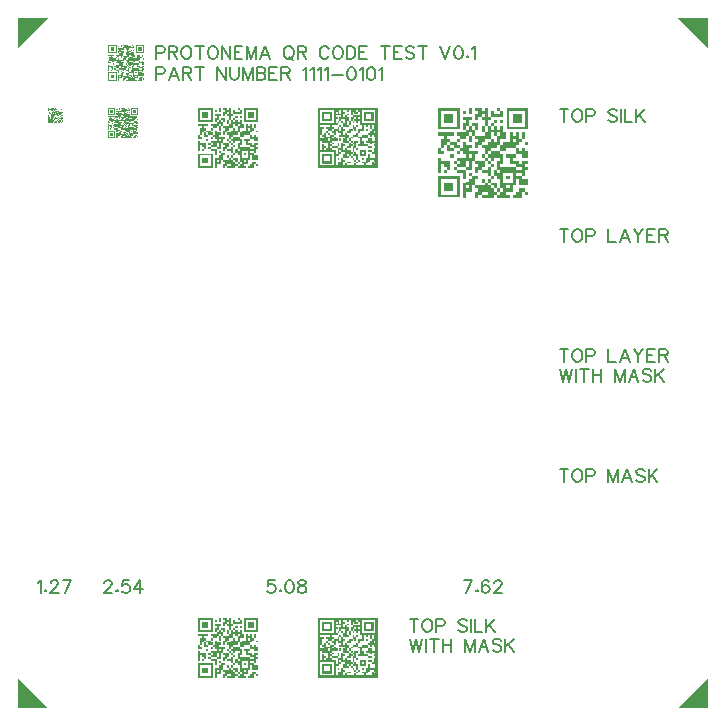
<source format=gto>
G04 Layer: TopSilkscreenLayer*
G04 EasyEDA v6.5.34, 2023-09-15 23:45:30*
G04 890fca7778e2484d9ed03c023b7e6a3c,5a6b42c53f6a479593ecc07194224c93,10*
G04 Gerber Generator version 0.2*
G04 Scale: 100 percent, Rotated: No, Reflected: No *
G04 Dimensions in millimeters *
G04 leading zeros omitted , absolute positions ,4 integer and 5 decimal *
%FSLAX45Y45*%
%MOMM*%

%ADD10C,0.1524*%

%LPD*%
G36*
X2540000Y762000D02*
G01*
X2540000Y745032D01*
X2734056Y745032D01*
X2734056Y712724D01*
X2718866Y712724D01*
X2718866Y745032D01*
X2540000Y745032D01*
X2540000Y743305D01*
X2669946Y743305D01*
X2669946Y728014D01*
X2703677Y728014D01*
X2703677Y712724D01*
X2686812Y712724D01*
X2686812Y728014D01*
X2669946Y728014D01*
X2669946Y632866D01*
X2558542Y632866D01*
X2558542Y743305D01*
X2540000Y743305D01*
X2540000Y502056D01*
X2558542Y502056D01*
X2558542Y534314D01*
X2573731Y534314D01*
X2573731Y583590D01*
X2588920Y583590D01*
X2588920Y598881D01*
X2558542Y598881D01*
X2558542Y615899D01*
X2637891Y615899D01*
X2637891Y598881D01*
X2605836Y598881D01*
X2605836Y583590D01*
X2621026Y583590D01*
X2621026Y566623D01*
X2654757Y566623D01*
X2654757Y583590D01*
X2669946Y583590D01*
X2669946Y598881D01*
X2654757Y598881D01*
X2654757Y615899D01*
X2703677Y615899D01*
X2703677Y631190D01*
X2686812Y631190D01*
X2686812Y663448D01*
X2703677Y663448D01*
X2703677Y680466D01*
X2686812Y680466D01*
X2686812Y697433D01*
X2734056Y697433D01*
X2734056Y680466D01*
X2718866Y680466D01*
X2718866Y648157D01*
X2734056Y648157D01*
X2734056Y663448D01*
X2766161Y663448D01*
X2766161Y631190D01*
X2750972Y631190D01*
X2750972Y598881D01*
X2799892Y598881D01*
X2799892Y615899D01*
X2783027Y615899D01*
X2783027Y648157D01*
X2799892Y648157D01*
X2799892Y680466D01*
X2783027Y680466D01*
X2783027Y697433D01*
X2766161Y697433D01*
X2766161Y680466D01*
X2750972Y680466D01*
X2750972Y712724D01*
X2766161Y712724D01*
X2766161Y728014D01*
X2750972Y728014D01*
X2750972Y745032D01*
X2783027Y745032D01*
X2783027Y728014D01*
X2799892Y728014D01*
X2799892Y745032D01*
X2815082Y745032D01*
X2815082Y697433D01*
X2831947Y697433D01*
X2831947Y728014D01*
X2847136Y728014D01*
X2847136Y712724D01*
X2879242Y712724D01*
X2879242Y728014D01*
X2864053Y728014D01*
X2864053Y745032D01*
X2879242Y745032D01*
X2879242Y743305D01*
X3024378Y743305D01*
X3024378Y632866D01*
X2912973Y632866D01*
X2912973Y743305D01*
X2879242Y743305D01*
X2879242Y728014D01*
X2896108Y728014D01*
X2896108Y697433D01*
X2831947Y697433D01*
X2831947Y680466D01*
X2815082Y680466D01*
X2815082Y648157D01*
X2831947Y648157D01*
X2831947Y663448D01*
X2847136Y663448D01*
X2847136Y680466D01*
X2896108Y680466D01*
X2896108Y663448D01*
X2879242Y663448D01*
X2879242Y680466D01*
X2864053Y680466D01*
X2864053Y663448D01*
X2847136Y663448D01*
X2847136Y648157D01*
X2864053Y648157D01*
X2864053Y631190D01*
X2879242Y631190D01*
X2879242Y648157D01*
X2896108Y648157D01*
X2896108Y615899D01*
X2911297Y615899D01*
X2911297Y583590D01*
X2879242Y583590D01*
X2879242Y551332D01*
X2896108Y551332D01*
X2896108Y566623D01*
X2928162Y566623D01*
X2928162Y615899D01*
X2945028Y615899D01*
X2945028Y598881D01*
X2960217Y598881D01*
X2960217Y615899D01*
X2975406Y615899D01*
X2975406Y583590D01*
X2992323Y583590D01*
X2992323Y615899D01*
X3009188Y615899D01*
X3009188Y583590D01*
X2992323Y583590D01*
X2992323Y566623D01*
X3024378Y566623D01*
X3024378Y551332D01*
X3009188Y551332D01*
X3009188Y566623D01*
X2975406Y566623D01*
X2975406Y551332D01*
X2960217Y551332D01*
X2960217Y534314D01*
X2975406Y534314D01*
X2975406Y517347D01*
X2992323Y517347D01*
X2992323Y534314D01*
X3009188Y534314D01*
X3009188Y517347D01*
X3024378Y517347D01*
X3024378Y485038D01*
X2992323Y485038D01*
X2992323Y502056D01*
X2960217Y502056D01*
X2960217Y485038D01*
X2945028Y485038D01*
X2945028Y468071D01*
X2975406Y468071D01*
X2975406Y452780D01*
X2992323Y452780D01*
X2992323Y468071D01*
X3024378Y468071D01*
X3024378Y452780D01*
X3009188Y452780D01*
X3009188Y437489D01*
X3024378Y437489D01*
X3024378Y420522D01*
X3009188Y420522D01*
X3009188Y388213D01*
X2992323Y388213D01*
X2992323Y371246D01*
X3024378Y371246D01*
X3024378Y338937D01*
X2975406Y338937D01*
X2975406Y371246D01*
X2960217Y371246D01*
X2960217Y338937D01*
X2945028Y338937D01*
X2945028Y306679D01*
X2911297Y306679D01*
X2911297Y291388D01*
X2928162Y291388D01*
X2928162Y274370D01*
X2945028Y274370D01*
X2945028Y291388D01*
X2960217Y291388D01*
X2960217Y306679D01*
X2975406Y306679D01*
X2975406Y323646D01*
X3009188Y323646D01*
X3009188Y306679D01*
X3024378Y306679D01*
X3024378Y291388D01*
X3009188Y291388D01*
X3009188Y306679D01*
X2992323Y306679D01*
X2992323Y274370D01*
X2864053Y274370D01*
X2864053Y291388D01*
X2847136Y291388D01*
X2847136Y274370D01*
X2783027Y274370D01*
X2783027Y291388D01*
X2815082Y291388D01*
X2815082Y306679D01*
X2783027Y306679D01*
X2783027Y291541D01*
X2766974Y290525D01*
X2765958Y274370D01*
X2750972Y274370D01*
X2750972Y306679D01*
X2766161Y306679D01*
X2766161Y323646D01*
X2750972Y323646D01*
X2750972Y338937D01*
X2734056Y338937D01*
X2734056Y306679D01*
X2703677Y306679D01*
X2703677Y274370D01*
X2686812Y274370D01*
X2686812Y354126D01*
X2718054Y355092D01*
X2719070Y371246D01*
X2734056Y371246D01*
X2734056Y388213D01*
X2718866Y388213D01*
X2718866Y403504D01*
X2734056Y403504D01*
X2734056Y388213D01*
X2766161Y388213D01*
X2766161Y371246D01*
X2750972Y371246D01*
X2750972Y338937D01*
X2799892Y338937D01*
X2799892Y354228D01*
X2783027Y354228D01*
X2783027Y371246D01*
X2799892Y371246D01*
X2799892Y354228D01*
X2815082Y354228D01*
X2815082Y371246D01*
X2831947Y371246D01*
X2831947Y388213D01*
X2815082Y388213D01*
X2815082Y403504D01*
X2783027Y403504D01*
X2783027Y420522D01*
X2766161Y420522D01*
X2766161Y403504D01*
X2750972Y403504D01*
X2750972Y437489D01*
X2766161Y437489D01*
X2766161Y452780D01*
X2750972Y452780D01*
X2750972Y468071D01*
X2734056Y468071D01*
X2734056Y420522D01*
X2703677Y420522D01*
X2703677Y371246D01*
X2686812Y371246D01*
X2686812Y403504D01*
X2654757Y403504D01*
X2654757Y420522D01*
X2637891Y420522D01*
X2637891Y437489D01*
X2654757Y437489D01*
X2654757Y452780D01*
X2637891Y452780D01*
X2637891Y468071D01*
X2654757Y468071D01*
X2654757Y485038D01*
X2703677Y485038D01*
X2703677Y502056D01*
X2686812Y502056D01*
X2686812Y517347D01*
X2669946Y517347D01*
X2669946Y502056D01*
X2654757Y502056D01*
X2654757Y517347D01*
X2669946Y517347D01*
X2669946Y534314D01*
X2637891Y534314D01*
X2637891Y517347D01*
X2605836Y517347D01*
X2605836Y551332D01*
X2588920Y551332D01*
X2588920Y534314D01*
X2573731Y534314D01*
X2573731Y517347D01*
X2588920Y517347D01*
X2588920Y502056D01*
X2637891Y502056D01*
X2637891Y485038D01*
X2621026Y485038D01*
X2621026Y502056D01*
X2540000Y502056D01*
X2540000Y485038D01*
X2573731Y485038D01*
X2573731Y468071D01*
X2621026Y468071D01*
X2621026Y420522D01*
X2605836Y420522D01*
X2605836Y403504D01*
X2588920Y403504D01*
X2588920Y420522D01*
X2605836Y420522D01*
X2605836Y437489D01*
X2588920Y437489D01*
X2588920Y452780D01*
X2573731Y452780D01*
X2573731Y403504D01*
X2558542Y403504D01*
X2558542Y485038D01*
X2540000Y485038D01*
X2540000Y386537D01*
X2669946Y386537D01*
X2669946Y276098D01*
X2558542Y276098D01*
X2558542Y386537D01*
X2540000Y386537D01*
X2540000Y254000D01*
X3048000Y254000D01*
X3048000Y762000D01*
G37*
G36*
X2573731Y729742D02*
G01*
X2573731Y712724D01*
X2636215Y712724D01*
X2636215Y665175D01*
X2590647Y665175D01*
X2590647Y712724D01*
X2573731Y712724D01*
X2573731Y646480D01*
X2654757Y646480D01*
X2654757Y729742D01*
G37*
G36*
X2926486Y729742D02*
G01*
X2926486Y712724D01*
X2990596Y712724D01*
X2990596Y665175D01*
X2945028Y665175D01*
X2945028Y712724D01*
X2926486Y712724D01*
X2926486Y646480D01*
X3009188Y646480D01*
X3009188Y729742D01*
G37*
G36*
X2783027Y712724D02*
G01*
X2783027Y697433D01*
X2799892Y697433D01*
X2799892Y712724D01*
G37*
G36*
X2703677Y648157D02*
G01*
X2703677Y631190D01*
X2718866Y631190D01*
X2718866Y648157D01*
G37*
G36*
X2734056Y648157D02*
G01*
X2734056Y631190D01*
X2750972Y631190D01*
X2750972Y648157D01*
G37*
G36*
X2799892Y648157D02*
G01*
X2799892Y615899D01*
X2815082Y615899D01*
X2815082Y648157D01*
G37*
G36*
X2831947Y648157D02*
G01*
X2831947Y631190D01*
X2847136Y631190D01*
X2847136Y648157D01*
G37*
G36*
X2718866Y615899D02*
G01*
X2718866Y598881D01*
X2734056Y598881D01*
X2734056Y566623D01*
X2718866Y566623D01*
X2718866Y598881D01*
X2703677Y598881D01*
X2703677Y583590D01*
X2669946Y583590D01*
X2669946Y566623D01*
X2654757Y566623D01*
X2654757Y551332D01*
X2669946Y551332D01*
X2669946Y534314D01*
X2686812Y534314D01*
X2686812Y566623D01*
X2703677Y566623D01*
X2703677Y551332D01*
X2734056Y551332D01*
X2734056Y534314D01*
X2718866Y534314D01*
X2718866Y517347D01*
X2766161Y517347D01*
X2766161Y502056D01*
X2799892Y502056D01*
X2799892Y485038D01*
X2815082Y485038D01*
X2815082Y468071D01*
X2831947Y468071D01*
X2831947Y452780D01*
X2847136Y452780D01*
X2847136Y437489D01*
X2831947Y437489D01*
X2831947Y452780D01*
X2815082Y452780D01*
X2815082Y468071D01*
X2799892Y468071D01*
X2799892Y485038D01*
X2783027Y485038D01*
X2783027Y502056D01*
X2750972Y502056D01*
X2750972Y468071D01*
X2799892Y468071D01*
X2799892Y437489D01*
X2783027Y437489D01*
X2783027Y420522D01*
X2815082Y420522D01*
X2815082Y437489D01*
X2831947Y437489D01*
X2831947Y388213D01*
X2847136Y388213D01*
X2847136Y371246D01*
X2831947Y371246D01*
X2831947Y354228D01*
X2864053Y354228D01*
X2864053Y323646D01*
X2879242Y323646D01*
X2879242Y306679D01*
X2864053Y306679D01*
X2864053Y323646D01*
X2847136Y323646D01*
X2847136Y338937D01*
X2831947Y338937D01*
X2831947Y354228D01*
X2815082Y354228D01*
X2815082Y338937D01*
X2831947Y338937D01*
X2831947Y323646D01*
X2847136Y323646D01*
X2847136Y306679D01*
X2864053Y306679D01*
X2864053Y291388D01*
X2879242Y291388D01*
X2879242Y306679D01*
X2896108Y306679D01*
X2896108Y323646D01*
X2879242Y323646D01*
X2879242Y371246D01*
X2864053Y371246D01*
X2864053Y388213D01*
X2847136Y388213D01*
X2847136Y420522D01*
X2864053Y420522D01*
X2864053Y403504D01*
X2879242Y403504D01*
X2879242Y420522D01*
X2864053Y420522D01*
X2864053Y468071D01*
X2879242Y468071D01*
X2879242Y485038D01*
X2847136Y485038D01*
X2847136Y468071D01*
X2831947Y468071D01*
X2831947Y485038D01*
X2815082Y485038D01*
X2815082Y502056D01*
X2831947Y502056D01*
X2831947Y517347D01*
X2879242Y517347D01*
X2879242Y502056D01*
X2896108Y502056D01*
X2896108Y452780D01*
X2879242Y452780D01*
X2879242Y437489D01*
X2960217Y437489D01*
X2960217Y420522D01*
X2992323Y420522D01*
X2992323Y437489D01*
X2960217Y437489D01*
X2960217Y452780D01*
X2928162Y452780D01*
X2928162Y485038D01*
X2911297Y485038D01*
X2911297Y502056D01*
X2960217Y502056D01*
X2960217Y534314D01*
X2911297Y534314D01*
X2911297Y517347D01*
X2879242Y517347D01*
X2879242Y551332D01*
X2864053Y551332D01*
X2864053Y534314D01*
X2831947Y534314D01*
X2831947Y517347D01*
X2815082Y517347D01*
X2815082Y502056D01*
X2799892Y502056D01*
X2799892Y534314D01*
X2783027Y534314D01*
X2783027Y551332D01*
X2815082Y551332D01*
X2815082Y566623D01*
X2831947Y566623D01*
X2831947Y583590D01*
X2847136Y583590D01*
X2847136Y566623D01*
X2864053Y566623D01*
X2864053Y598881D01*
X2879242Y598881D01*
X2879242Y615899D01*
X2864053Y615899D01*
X2864053Y598881D01*
X2847136Y598881D01*
X2847136Y615899D01*
X2831947Y615899D01*
X2831947Y583590D01*
X2799892Y583590D01*
X2799892Y566623D01*
X2783027Y566623D01*
X2783027Y551332D01*
X2766161Y551332D01*
X2766161Y534314D01*
X2750972Y534314D01*
X2750972Y566623D01*
X2766161Y566623D01*
X2766161Y583590D01*
X2750972Y583590D01*
X2750972Y598881D01*
X2734056Y598881D01*
X2734056Y615899D01*
G37*
G36*
X2945028Y583590D02*
G01*
X2945028Y566623D01*
X2960217Y566623D01*
X2960217Y583590D01*
G37*
G36*
X2605836Y566623D02*
G01*
X2605836Y551332D01*
X2621026Y551332D01*
X2621026Y534314D01*
X2637891Y534314D01*
X2637891Y551332D01*
X2621026Y551332D01*
X2621026Y566623D01*
G37*
G36*
X2718866Y502056D02*
G01*
X2718866Y485038D01*
X2734056Y485038D01*
X2734056Y502056D01*
G37*
G36*
X2654757Y468071D02*
G01*
X2654757Y452780D01*
X2669946Y452780D01*
X2669946Y468071D01*
G37*
G36*
X2703677Y468071D02*
G01*
X2703677Y437489D01*
X2654757Y437489D01*
X2654757Y420522D01*
X2703677Y420522D01*
X2703677Y437489D01*
X2718866Y437489D01*
X2718866Y468071D01*
G37*
G36*
X2896108Y403504D02*
G01*
X2896108Y388213D01*
X2928162Y388213D01*
X2928162Y371246D01*
X2911297Y371246D01*
X2911297Y388213D01*
X2896108Y388213D01*
X2896108Y354228D01*
X2945028Y354228D01*
X2945028Y403504D01*
G37*
G36*
X2960217Y403504D02*
G01*
X2960217Y388213D01*
X2992323Y388213D01*
X2992323Y403504D01*
G37*
G36*
X2573731Y372922D02*
G01*
X2573731Y354228D01*
X2636215Y354228D01*
X2636215Y308356D01*
X2590647Y308356D01*
X2590647Y354228D01*
X2573731Y354228D01*
X2573731Y289661D01*
X2654757Y289661D01*
X2654757Y372922D01*
G37*
G36*
X2703677Y338937D02*
G01*
X2703677Y323646D01*
X2718866Y323646D01*
X2718866Y338937D01*
G37*
G36*
X2911297Y338937D02*
G01*
X2911297Y323646D01*
X2928162Y323646D01*
X2928162Y338937D01*
G37*
G36*
X849426Y5080000D02*
G01*
X849426Y5062575D01*
X857707Y5062575D01*
X857707Y5080000D01*
G37*
G36*
X866902Y5080000D02*
G01*
X866902Y5070805D01*
X875182Y5070805D01*
X875182Y5062575D01*
X893622Y5062575D01*
X893622Y5054346D01*
X884428Y5054346D01*
X884428Y5062575D01*
X866902Y5062575D01*
X866902Y5045151D01*
X875182Y5045151D01*
X875182Y5054346D01*
X884428Y5054346D01*
X884428Y5045151D01*
X893622Y5045151D01*
X893622Y5027726D01*
X901903Y5027726D01*
X901903Y5010302D01*
X893622Y5010302D01*
X893622Y5027726D01*
X884428Y5027726D01*
X884428Y5010302D01*
X893622Y5010302D01*
X893622Y5001158D01*
X866902Y5001158D01*
X866902Y5018582D01*
X875182Y5018582D01*
X875182Y5035956D01*
X857707Y5035956D01*
X857707Y5027726D01*
X866902Y5027726D01*
X866902Y5018582D01*
X857707Y5018582D01*
X857707Y5027726D01*
X849426Y5027726D01*
X849426Y5045151D01*
X857707Y5045151D01*
X857707Y5054346D01*
X831951Y5054346D01*
X831951Y5045151D01*
X841146Y5045151D01*
X841146Y5035956D01*
X831951Y5035956D01*
X831951Y5027726D01*
X849426Y5027726D01*
X849426Y5018582D01*
X841146Y5018582D01*
X841146Y5027726D01*
X831951Y5027726D01*
X831951Y5018582D01*
X841146Y5018582D01*
X841146Y5010302D01*
X814476Y5010302D01*
X814476Y5001158D01*
X822756Y5001158D01*
X822756Y4992878D01*
X814476Y4992878D01*
X814476Y4983734D01*
X796036Y4983734D01*
X796036Y4992878D01*
X787755Y4992878D01*
X787755Y5001158D01*
X805281Y5001158D01*
X805281Y5010302D01*
X762000Y5010302D01*
X762000Y5001158D01*
X778560Y5001158D01*
X778560Y4992878D01*
X770280Y4992878D01*
X770280Y4983734D01*
X796036Y4983734D01*
X796036Y4975453D01*
X814476Y4975453D01*
X814476Y4983734D01*
X822756Y4983734D01*
X822756Y4992878D01*
X841146Y4992878D01*
X841146Y5001158D01*
X849426Y5001158D01*
X849426Y5010302D01*
X857707Y5010302D01*
X857707Y5001158D01*
X866902Y5001158D01*
X866902Y4992878D01*
X875182Y4992878D01*
X875182Y4983734D01*
X866902Y4983734D01*
X866902Y4966309D01*
X875182Y4966309D01*
X875182Y4975453D01*
X884428Y4975453D01*
X884428Y4983734D01*
X893622Y4983734D01*
X893622Y4992878D01*
X911098Y4992878D01*
X911098Y5010302D01*
X919378Y5010302D01*
X919378Y5001158D01*
X928573Y5001158D01*
X928573Y5010302D01*
X936853Y5010302D01*
X936853Y5001158D01*
X928573Y5001158D01*
X928573Y4983734D01*
X919378Y4983734D01*
X919378Y4992878D01*
X911098Y4992878D01*
X911098Y4983734D01*
X901903Y4983734D01*
X901903Y4975453D01*
X884428Y4975453D01*
X884428Y4966309D01*
X893622Y4966309D01*
X893622Y4948885D01*
X901903Y4948885D01*
X901903Y4957114D01*
X911098Y4957114D01*
X911098Y4966309D01*
X928573Y4966309D01*
X928573Y4975453D01*
X936853Y4975453D01*
X936853Y4957114D01*
X954328Y4957114D01*
X954328Y4966309D01*
X981049Y4966309D01*
X981049Y4948885D01*
X954328Y4948885D01*
X954328Y4939690D01*
X963574Y4939690D01*
X963574Y4922266D01*
X981049Y4922266D01*
X981049Y4914036D01*
X998524Y4914036D01*
X998524Y4904841D01*
X981049Y4904841D01*
X981049Y4914036D01*
X936853Y4914036D01*
X936853Y4922266D01*
X946048Y4922266D01*
X946048Y4948885D01*
X936853Y4948885D01*
X936853Y4957114D01*
X911098Y4957114D01*
X911098Y4948885D01*
X901903Y4948885D01*
X901903Y4939690D01*
X911098Y4939690D01*
X911098Y4930546D01*
X919378Y4930546D01*
X919378Y4939690D01*
X936853Y4939690D01*
X936853Y4930546D01*
X928573Y4930546D01*
X928573Y4904841D01*
X936853Y4904841D01*
X936853Y4895697D01*
X998524Y4895697D01*
X998524Y4887417D01*
X981049Y4887417D01*
X981049Y4895697D01*
X972769Y4895697D01*
X972769Y4869078D01*
X946048Y4869078D01*
X946048Y4895697D01*
X928573Y4895697D01*
X928573Y4904841D01*
X919378Y4904841D01*
X919378Y4887417D01*
X928573Y4887417D01*
X928573Y4878273D01*
X936853Y4878273D01*
X936853Y4860848D01*
X963574Y4860848D01*
X963574Y4852568D01*
X954328Y4852568D01*
X954328Y4860848D01*
X936853Y4860848D01*
X936853Y4852568D01*
X946048Y4852568D01*
X946048Y4843424D01*
X936853Y4843424D01*
X936853Y4835144D01*
X928573Y4835144D01*
X928573Y4843424D01*
X919378Y4843424D01*
X919378Y4852568D01*
X911098Y4852568D01*
X911098Y4860848D01*
X901903Y4860848D01*
X901903Y4869078D01*
X911098Y4869078D01*
X911098Y4878273D01*
X919378Y4878273D01*
X919378Y4887417D01*
X911098Y4887417D01*
X911098Y4914036D01*
X901903Y4914036D01*
X901903Y4904841D01*
X884428Y4904841D01*
X884428Y4914036D01*
X893622Y4914036D01*
X893622Y4930546D01*
X866902Y4930546D01*
X866902Y4948885D01*
X875182Y4948885D01*
X875182Y4957114D01*
X849426Y4957114D01*
X849426Y4966309D01*
X857707Y4966309D01*
X857707Y4975453D01*
X841146Y4975453D01*
X841146Y4983734D01*
X831951Y4983734D01*
X831951Y4966309D01*
X822756Y4966309D01*
X822756Y4975453D01*
X805281Y4975453D01*
X805281Y4966309D01*
X796036Y4966309D01*
X796036Y4975453D01*
X787755Y4975453D01*
X787755Y4983734D01*
X770280Y4983734D01*
X770280Y4966309D01*
X762000Y4966309D01*
X762000Y4948885D01*
X778560Y4948885D01*
X778560Y4957114D01*
X770280Y4957114D01*
X770280Y4966309D01*
X778560Y4966309D01*
X778560Y4975453D01*
X787755Y4975453D01*
X787755Y4957114D01*
X805281Y4957114D01*
X805281Y4966309D01*
X822756Y4966309D01*
X822756Y4957114D01*
X814476Y4957114D01*
X814476Y4948885D01*
X822756Y4948885D01*
X822756Y4957114D01*
X831951Y4957114D01*
X831951Y4948885D01*
X857707Y4948885D01*
X857707Y4939690D01*
X849426Y4939690D01*
X849426Y4948885D01*
X841146Y4948885D01*
X841146Y4939690D01*
X814476Y4939690D01*
X814476Y4930546D01*
X822756Y4930546D01*
X822756Y4922266D01*
X814476Y4922266D01*
X814476Y4930546D01*
X805281Y4930546D01*
X805281Y4922266D01*
X814476Y4922266D01*
X814476Y4914036D01*
X805281Y4914036D01*
X805281Y4904841D01*
X814476Y4904841D01*
X814476Y4914036D01*
X841146Y4914036D01*
X841146Y4930546D01*
X849426Y4930546D01*
X849426Y4914036D01*
X841146Y4914036D01*
X841146Y4904841D01*
X814476Y4904841D01*
X814476Y4895697D01*
X831951Y4895697D01*
X831951Y4878273D01*
X841146Y4878273D01*
X841146Y4904841D01*
X857707Y4904841D01*
X857707Y4930546D01*
X866902Y4930546D01*
X866902Y4922266D01*
X875182Y4922266D01*
X875182Y4914036D01*
X866902Y4914036D01*
X866902Y4895697D01*
X875182Y4895697D01*
X875182Y4904841D01*
X884428Y4904841D01*
X884428Y4895697D01*
X901903Y4895697D01*
X901903Y4887417D01*
X911098Y4887417D01*
X911098Y4878273D01*
X901903Y4878273D01*
X901903Y4869078D01*
X893622Y4869078D01*
X893622Y4878273D01*
X884428Y4878273D01*
X884428Y4869078D01*
X893622Y4869078D01*
X893622Y4860848D01*
X866902Y4860848D01*
X866902Y4878273D01*
X875182Y4878273D01*
X875182Y4887417D01*
X857707Y4887417D01*
X857707Y4895697D01*
X849426Y4895697D01*
X849426Y4887417D01*
X857707Y4887417D01*
X857707Y4878273D01*
X849528Y4878273D01*
X848969Y4869535D01*
X831951Y4869027D01*
X831951Y4860848D01*
X849426Y4860848D01*
X849426Y4852568D01*
X841146Y4852568D01*
X841146Y4860848D01*
X831951Y4860848D01*
X831951Y4826000D01*
X841146Y4826000D01*
X841146Y4843424D01*
X857707Y4843424D01*
X857707Y4860848D01*
X866902Y4860848D01*
X866902Y4852568D01*
X875182Y4852568D01*
X875182Y4843424D01*
X866902Y4843424D01*
X866902Y4826000D01*
X875080Y4826000D01*
X875639Y4834686D01*
X884428Y4835245D01*
X884428Y4843424D01*
X901903Y4843424D01*
X901903Y4835144D01*
X884428Y4835144D01*
X884428Y4826000D01*
X919378Y4826000D01*
X919378Y4835144D01*
X928573Y4835144D01*
X928573Y4826000D01*
X963574Y4826000D01*
X963574Y4835144D01*
X954328Y4835144D01*
X954328Y4843424D01*
X972769Y4843424D01*
X972769Y4860848D01*
X981049Y4860848D01*
X981049Y4878273D01*
X989330Y4878273D01*
X989330Y4860848D01*
X1016000Y4860848D01*
X1016000Y4878273D01*
X998524Y4878273D01*
X998524Y4887417D01*
X1007719Y4887417D01*
X1007719Y4904841D01*
X1016000Y4904841D01*
X1016000Y4914036D01*
X1007719Y4914036D01*
X1007719Y4922266D01*
X1016000Y4922266D01*
X1016000Y4930546D01*
X998524Y4930546D01*
X998524Y4922266D01*
X989330Y4922266D01*
X989330Y4930546D01*
X972769Y4930546D01*
X972769Y4939690D01*
X981049Y4939690D01*
X981049Y4948885D01*
X998524Y4948885D01*
X998524Y4939690D01*
X1016000Y4939690D01*
X1016000Y4957114D01*
X1007719Y4957114D01*
X1007719Y4966309D01*
X998524Y4966309D01*
X998524Y4957114D01*
X989330Y4957114D01*
X989330Y4966309D01*
X981049Y4966309D01*
X981049Y4975453D01*
X989330Y4975453D01*
X989330Y4983734D01*
X998524Y4983734D01*
X998524Y4992878D01*
X1007719Y4992878D01*
X1007719Y5010302D01*
X998524Y5010302D01*
X998524Y4992878D01*
X989330Y4992878D01*
X989330Y5010302D01*
X981049Y5010302D01*
X981049Y5001158D01*
X972769Y5001158D01*
X972769Y5010302D01*
X963574Y5010302D01*
X963574Y4992878D01*
X981049Y4992878D01*
X981049Y4983734D01*
X972769Y4983734D01*
X972769Y4992878D01*
X963574Y4992878D01*
X963574Y4983734D01*
X946048Y4983734D01*
X946048Y4975453D01*
X936853Y4975453D01*
X936853Y4992878D01*
X954328Y4992878D01*
X954328Y5010302D01*
X946048Y5010302D01*
X946048Y5027726D01*
X936853Y5027726D01*
X936853Y5018582D01*
X928573Y5018582D01*
X928573Y5027726D01*
X919378Y5027726D01*
X919378Y5035956D01*
X928573Y5035956D01*
X928573Y5045151D01*
X919378Y5045151D01*
X919378Y5035956D01*
X911098Y5035956D01*
X911098Y5027726D01*
X919378Y5027726D01*
X919378Y5018582D01*
X911098Y5018582D01*
X911098Y5027726D01*
X901903Y5027726D01*
X901903Y5045151D01*
X911098Y5045151D01*
X911098Y5054346D01*
X946048Y5054346D01*
X946048Y5070805D01*
X936853Y5070805D01*
X936853Y5080000D01*
X928573Y5080000D01*
X928573Y5070805D01*
X936853Y5070805D01*
X936853Y5062575D01*
X919378Y5062575D01*
X919378Y5070805D01*
X911098Y5070805D01*
X911098Y5054346D01*
X901903Y5054346D01*
X901903Y5080000D01*
X893622Y5080000D01*
X893622Y5070805D01*
X884428Y5070805D01*
X884428Y5080000D01*
G37*
G36*
X762000Y5079085D02*
G01*
X762000Y5071719D01*
X814476Y5071719D01*
X814476Y5026812D01*
X770280Y5026812D01*
X770280Y5071719D01*
X762000Y5071719D01*
X762000Y5019497D01*
X822756Y5019497D01*
X822756Y5079085D01*
G37*
G36*
X955294Y5079085D02*
G01*
X955294Y5071719D01*
X1007719Y5071719D01*
X1007719Y5026812D01*
X962609Y5026812D01*
X962609Y5071719D01*
X955294Y5071719D01*
X955294Y5019497D01*
X1016000Y5019497D01*
X1016000Y5079085D01*
G37*
G36*
X831951Y5070805D02*
G01*
X831951Y5062575D01*
X841146Y5062575D01*
X841146Y5070805D01*
G37*
G36*
X779475Y5062575D02*
G01*
X779475Y5036921D01*
X804367Y5036921D01*
X804367Y5062575D01*
G37*
G36*
X972769Y5062575D02*
G01*
X972769Y5036921D01*
X997610Y5036921D01*
X997610Y5062575D01*
G37*
G36*
X936853Y5045151D02*
G01*
X936853Y5035956D01*
X946048Y5035956D01*
X946048Y5045151D01*
G37*
G36*
X849426Y5001158D02*
G01*
X849426Y4983734D01*
X857707Y4983734D01*
X857707Y5001158D01*
G37*
G36*
X1007719Y4983734D02*
G01*
X1007719Y4975453D01*
X1016000Y4975453D01*
X1016000Y4983734D01*
G37*
G36*
X796036Y4948885D02*
G01*
X796036Y4939690D01*
X805281Y4939690D01*
X805281Y4948885D01*
G37*
G36*
X884428Y4948885D02*
G01*
X884428Y4939690D01*
X893622Y4939690D01*
X893622Y4930546D01*
X901903Y4930546D01*
X901903Y4922266D01*
X911098Y4922266D01*
X911098Y4914036D01*
X919378Y4914036D01*
X919378Y4922266D01*
X911098Y4922266D01*
X911098Y4930546D01*
X901903Y4930546D01*
X901903Y4939690D01*
X893622Y4939690D01*
X893622Y4948885D01*
G37*
G36*
X762000Y4939690D02*
G01*
X762000Y4895697D01*
X770280Y4895697D01*
X770280Y4922266D01*
X778560Y4922266D01*
X778560Y4914036D01*
X787755Y4914036D01*
X787755Y4904841D01*
X778560Y4904841D01*
X778560Y4895697D01*
X787755Y4895697D01*
X787755Y4904841D01*
X796036Y4904841D01*
X796036Y4930546D01*
X770280Y4930546D01*
X770280Y4939690D01*
G37*
G36*
X954328Y4887417D02*
G01*
X954328Y4878273D01*
X963574Y4878273D01*
X963574Y4887417D01*
G37*
G36*
X762000Y4886502D02*
G01*
X762000Y4879187D01*
X814476Y4879187D01*
X814476Y4834229D01*
X770280Y4834229D01*
X770280Y4879187D01*
X762000Y4879187D01*
X762000Y4826914D01*
X822756Y4826914D01*
X822756Y4886502D01*
G37*
G36*
X779475Y4869078D02*
G01*
X779475Y4844338D01*
X804367Y4844338D01*
X804367Y4869078D01*
G37*
G36*
X911098Y4869078D02*
G01*
X911098Y4860848D01*
X919378Y4860848D01*
X919378Y4852568D01*
X928573Y4852568D01*
X928573Y4843424D01*
X936853Y4843424D01*
X936853Y4852568D01*
X928573Y4852568D01*
X928573Y4869078D01*
G37*
G36*
X989330Y4852568D02*
G01*
X989330Y4843424D01*
X981049Y4843424D01*
X981049Y4835144D01*
X972769Y4835144D01*
X972769Y4826000D01*
X998524Y4826000D01*
X998524Y4843424D01*
X1007719Y4843424D01*
X1007719Y4835144D01*
X1016000Y4835144D01*
X1016000Y4843424D01*
X1007719Y4843424D01*
X1007719Y4852568D01*
G37*
G36*
X1698853Y5080000D02*
G01*
X1698853Y5045151D01*
X1715414Y5045151D01*
X1715414Y5080000D01*
G37*
G36*
X1733804Y5080000D02*
G01*
X1733804Y5061661D01*
X1750415Y5061661D01*
X1750415Y5045151D01*
X1787194Y5045151D01*
X1787194Y5028641D01*
X1768805Y5028641D01*
X1768805Y5045151D01*
X1733804Y5045151D01*
X1733804Y5010302D01*
X1750415Y5010302D01*
X1750415Y5028641D01*
X1768805Y5028641D01*
X1768805Y5010302D01*
X1787194Y5010302D01*
X1787194Y4975453D01*
X1803755Y4975453D01*
X1803755Y4940604D01*
X1787194Y4940604D01*
X1787194Y4975453D01*
X1768805Y4975453D01*
X1768805Y4940604D01*
X1787194Y4940604D01*
X1787194Y4922266D01*
X1733804Y4922266D01*
X1733804Y4957114D01*
X1750415Y4957114D01*
X1750415Y4991963D01*
X1715414Y4991963D01*
X1715414Y4975453D01*
X1733804Y4975453D01*
X1733804Y4957114D01*
X1715414Y4957114D01*
X1715414Y4975453D01*
X1698853Y4975453D01*
X1698853Y5010302D01*
X1715414Y5010302D01*
X1715414Y5028641D01*
X1663903Y5028641D01*
X1663903Y5010302D01*
X1682292Y5010302D01*
X1682292Y4991963D01*
X1663903Y4991963D01*
X1663903Y4975453D01*
X1698853Y4975453D01*
X1698853Y4957114D01*
X1682292Y4957114D01*
X1682292Y4975453D01*
X1663903Y4975453D01*
X1663903Y4957114D01*
X1682292Y4957114D01*
X1682292Y4940604D01*
X1628901Y4940604D01*
X1628901Y4922266D01*
X1645462Y4922266D01*
X1645462Y4905756D01*
X1628901Y4905756D01*
X1628901Y4887417D01*
X1592122Y4887417D01*
X1592122Y4905756D01*
X1575562Y4905756D01*
X1575562Y4922266D01*
X1610512Y4922266D01*
X1610512Y4940604D01*
X1524000Y4940604D01*
X1524000Y4922266D01*
X1557121Y4922266D01*
X1557121Y4905756D01*
X1540560Y4905756D01*
X1540560Y4887417D01*
X1592122Y4887417D01*
X1592122Y4870907D01*
X1628901Y4870907D01*
X1628901Y4887417D01*
X1645462Y4887417D01*
X1645462Y4905756D01*
X1682292Y4905756D01*
X1682292Y4922266D01*
X1698853Y4922266D01*
X1698853Y4940604D01*
X1715414Y4940604D01*
X1715414Y4922266D01*
X1733804Y4922266D01*
X1733804Y4905756D01*
X1750415Y4905756D01*
X1750415Y4887417D01*
X1733804Y4887417D01*
X1733804Y4852568D01*
X1750415Y4852568D01*
X1750415Y4870907D01*
X1768805Y4870907D01*
X1768805Y4887417D01*
X1787194Y4887417D01*
X1787194Y4905756D01*
X1822196Y4905756D01*
X1822196Y4940604D01*
X1838756Y4940604D01*
X1838756Y4922266D01*
X1857146Y4922266D01*
X1857146Y4940604D01*
X1873707Y4940604D01*
X1873707Y4922266D01*
X1857146Y4922266D01*
X1857146Y4887417D01*
X1838756Y4887417D01*
X1838756Y4905756D01*
X1822196Y4905756D01*
X1822196Y4887417D01*
X1803755Y4887417D01*
X1803755Y4870907D01*
X1768805Y4870907D01*
X1768805Y4852568D01*
X1787194Y4852568D01*
X1787194Y4817719D01*
X1803755Y4817719D01*
X1803755Y4834229D01*
X1822196Y4834229D01*
X1822196Y4852568D01*
X1857146Y4852568D01*
X1857146Y4870907D01*
X1873707Y4870907D01*
X1873707Y4834229D01*
X1908708Y4834229D01*
X1908708Y4852568D01*
X1962048Y4852568D01*
X1962048Y4817719D01*
X1908708Y4817719D01*
X1908708Y4799380D01*
X1927098Y4799380D01*
X1927098Y4764532D01*
X1962048Y4764532D01*
X1962048Y4748072D01*
X1997049Y4748072D01*
X1997049Y4729683D01*
X1962048Y4729683D01*
X1962048Y4748072D01*
X1873707Y4748072D01*
X1873707Y4764532D01*
X1892096Y4764532D01*
X1892096Y4817719D01*
X1873707Y4817719D01*
X1873707Y4834229D01*
X1822196Y4834229D01*
X1822196Y4817719D01*
X1803755Y4817719D01*
X1803755Y4799380D01*
X1822196Y4799380D01*
X1822196Y4781042D01*
X1838756Y4781042D01*
X1838756Y4799380D01*
X1873707Y4799380D01*
X1873707Y4781042D01*
X1857146Y4781042D01*
X1857146Y4729683D01*
X1873707Y4729683D01*
X1873707Y4711344D01*
X1997049Y4711344D01*
X1997049Y4694885D01*
X1962048Y4694885D01*
X1962048Y4711344D01*
X1945487Y4711344D01*
X1945487Y4658207D01*
X1892096Y4658207D01*
X1892096Y4711344D01*
X1857146Y4711344D01*
X1857146Y4729683D01*
X1838756Y4729683D01*
X1838756Y4694885D01*
X1857146Y4694885D01*
X1857146Y4676495D01*
X1873707Y4676495D01*
X1873707Y4641697D01*
X1927098Y4641697D01*
X1927098Y4625187D01*
X1908708Y4625187D01*
X1908708Y4641697D01*
X1873707Y4641697D01*
X1873707Y4625187D01*
X1892096Y4625187D01*
X1892096Y4606848D01*
X1873707Y4606848D01*
X1873707Y4590338D01*
X1857146Y4590338D01*
X1857146Y4606848D01*
X1838756Y4606848D01*
X1838756Y4625187D01*
X1822196Y4625187D01*
X1822196Y4641697D01*
X1803755Y4641697D01*
X1803755Y4658207D01*
X1822196Y4658207D01*
X1822196Y4676495D01*
X1838756Y4676495D01*
X1838756Y4694885D01*
X1822196Y4694885D01*
X1822196Y4748072D01*
X1803755Y4748072D01*
X1803755Y4729683D01*
X1768805Y4729683D01*
X1768805Y4748072D01*
X1787194Y4748072D01*
X1787194Y4781042D01*
X1733804Y4781042D01*
X1733804Y4817719D01*
X1750415Y4817719D01*
X1750415Y4834229D01*
X1698853Y4834229D01*
X1698853Y4852568D01*
X1715414Y4852568D01*
X1715414Y4870907D01*
X1682292Y4870907D01*
X1682292Y4887417D01*
X1663903Y4887417D01*
X1663903Y4852568D01*
X1645462Y4852568D01*
X1645462Y4870907D01*
X1610512Y4870907D01*
X1610512Y4852568D01*
X1592122Y4852568D01*
X1592122Y4870907D01*
X1575562Y4870907D01*
X1575562Y4887417D01*
X1540560Y4887417D01*
X1540560Y4852568D01*
X1524000Y4852568D01*
X1524000Y4817719D01*
X1557121Y4817719D01*
X1557121Y4834229D01*
X1540560Y4834229D01*
X1540560Y4852568D01*
X1557121Y4852568D01*
X1557121Y4870907D01*
X1575562Y4870907D01*
X1575562Y4834229D01*
X1610512Y4834229D01*
X1610512Y4852568D01*
X1645462Y4852568D01*
X1645462Y4834229D01*
X1628901Y4834229D01*
X1628901Y4817719D01*
X1645462Y4817719D01*
X1645462Y4834229D01*
X1663903Y4834229D01*
X1663903Y4817719D01*
X1715414Y4817719D01*
X1715414Y4799380D01*
X1698853Y4799380D01*
X1698853Y4817719D01*
X1682292Y4817719D01*
X1682292Y4799380D01*
X1628901Y4799380D01*
X1628901Y4781042D01*
X1645462Y4781042D01*
X1645462Y4764532D01*
X1628901Y4764532D01*
X1628901Y4781042D01*
X1610512Y4781042D01*
X1610512Y4764532D01*
X1628901Y4764532D01*
X1628901Y4748072D01*
X1610512Y4748072D01*
X1610512Y4729683D01*
X1628901Y4729683D01*
X1628901Y4748072D01*
X1682292Y4748072D01*
X1682292Y4781042D01*
X1698853Y4781042D01*
X1698853Y4748072D01*
X1682292Y4748072D01*
X1682292Y4729683D01*
X1628901Y4729683D01*
X1628901Y4711344D01*
X1663903Y4711344D01*
X1663903Y4676495D01*
X1682292Y4676495D01*
X1682292Y4729683D01*
X1715414Y4729683D01*
X1715414Y4781042D01*
X1733804Y4781042D01*
X1733804Y4764532D01*
X1750415Y4764532D01*
X1750415Y4748072D01*
X1733804Y4748072D01*
X1733804Y4711344D01*
X1750415Y4711344D01*
X1750415Y4729683D01*
X1768805Y4729683D01*
X1768805Y4711344D01*
X1803755Y4711344D01*
X1803755Y4694885D01*
X1822196Y4694885D01*
X1822196Y4676495D01*
X1803755Y4676495D01*
X1803755Y4658207D01*
X1787194Y4658207D01*
X1787194Y4676495D01*
X1768805Y4676495D01*
X1768805Y4658207D01*
X1787194Y4658207D01*
X1787194Y4641697D01*
X1733804Y4641697D01*
X1733804Y4676495D01*
X1750415Y4676495D01*
X1750415Y4694885D01*
X1715414Y4694885D01*
X1715414Y4711344D01*
X1698853Y4711344D01*
X1698853Y4694885D01*
X1715414Y4694885D01*
X1715414Y4676495D01*
X1699056Y4676495D01*
X1697939Y4659122D01*
X1663903Y4658055D01*
X1663903Y4641697D01*
X1698853Y4641697D01*
X1698853Y4625187D01*
X1682292Y4625187D01*
X1682292Y4641697D01*
X1663903Y4641697D01*
X1663903Y4572000D01*
X1682292Y4572000D01*
X1682292Y4606848D01*
X1715414Y4606848D01*
X1715414Y4641697D01*
X1733804Y4641697D01*
X1733804Y4625187D01*
X1750415Y4625187D01*
X1750415Y4606848D01*
X1733804Y4606848D01*
X1733804Y4572000D01*
X1750212Y4572000D01*
X1751330Y4589424D01*
X1768805Y4590542D01*
X1768805Y4606848D01*
X1803755Y4606848D01*
X1803755Y4590338D01*
X1768805Y4590338D01*
X1768805Y4572000D01*
X1838756Y4572000D01*
X1838756Y4590338D01*
X1857146Y4590338D01*
X1857146Y4572000D01*
X1927098Y4572000D01*
X1927098Y4590338D01*
X1908708Y4590338D01*
X1908708Y4606848D01*
X1945487Y4606848D01*
X1945487Y4641697D01*
X1962048Y4641697D01*
X1962048Y4676495D01*
X1978609Y4676495D01*
X1978609Y4641697D01*
X2032000Y4641697D01*
X2032000Y4676495D01*
X1997049Y4676495D01*
X1997049Y4694885D01*
X2015439Y4694885D01*
X2015439Y4729683D01*
X2032000Y4729683D01*
X2032000Y4748072D01*
X2015439Y4748072D01*
X2015439Y4764532D01*
X2032000Y4764532D01*
X2032000Y4781042D01*
X1997049Y4781042D01*
X1997049Y4764532D01*
X1978609Y4764532D01*
X1978609Y4781042D01*
X1945487Y4781042D01*
X1945487Y4799380D01*
X1962048Y4799380D01*
X1962048Y4817719D01*
X1997049Y4817719D01*
X1997049Y4799380D01*
X2032000Y4799380D01*
X2032000Y4834229D01*
X2015439Y4834229D01*
X2015439Y4852568D01*
X1997049Y4852568D01*
X1997049Y4834229D01*
X1978609Y4834229D01*
X1978609Y4852568D01*
X1962048Y4852568D01*
X1962048Y4870907D01*
X1978609Y4870907D01*
X1978609Y4887417D01*
X1997049Y4887417D01*
X1997049Y4905756D01*
X2015439Y4905756D01*
X2015439Y4940604D01*
X1997049Y4940604D01*
X1997049Y4905756D01*
X1978609Y4905756D01*
X1978609Y4940604D01*
X1962048Y4940604D01*
X1962048Y4922266D01*
X1945487Y4922266D01*
X1945487Y4940604D01*
X1927098Y4940604D01*
X1927098Y4905756D01*
X1962048Y4905756D01*
X1962048Y4887417D01*
X1945487Y4887417D01*
X1945487Y4905756D01*
X1927098Y4905756D01*
X1927098Y4887417D01*
X1892096Y4887417D01*
X1892096Y4870907D01*
X1873707Y4870907D01*
X1873707Y4905756D01*
X1908708Y4905756D01*
X1908708Y4940604D01*
X1892096Y4940604D01*
X1892096Y4975453D01*
X1873707Y4975453D01*
X1873707Y4957114D01*
X1857146Y4957114D01*
X1857146Y4975453D01*
X1838756Y4975453D01*
X1838756Y4991963D01*
X1857146Y4991963D01*
X1857146Y5010302D01*
X1838756Y5010302D01*
X1838756Y4991963D01*
X1822196Y4991963D01*
X1822196Y4975453D01*
X1838756Y4975453D01*
X1838756Y4957114D01*
X1822196Y4957114D01*
X1822196Y4975453D01*
X1803755Y4975453D01*
X1803755Y5010302D01*
X1822196Y5010302D01*
X1822196Y5028641D01*
X1892096Y5028641D01*
X1892096Y5061661D01*
X1873707Y5061661D01*
X1873707Y5080000D01*
X1857146Y5080000D01*
X1857146Y5061661D01*
X1873707Y5061661D01*
X1873707Y5045151D01*
X1838756Y5045151D01*
X1838756Y5061661D01*
X1822196Y5061661D01*
X1822196Y5028641D01*
X1803755Y5028641D01*
X1803755Y5080000D01*
X1787194Y5080000D01*
X1787194Y5061661D01*
X1768805Y5061661D01*
X1768805Y5080000D01*
G37*
G36*
X1524000Y5078171D02*
G01*
X1524000Y5063490D01*
X1628901Y5063490D01*
X1628901Y4973624D01*
X1540560Y4973624D01*
X1540560Y5063490D01*
X1524000Y5063490D01*
X1524000Y4958943D01*
X1645462Y4958943D01*
X1645462Y5078171D01*
G37*
G36*
X1910537Y5078171D02*
G01*
X1910537Y5063490D01*
X2015439Y5063490D01*
X2015439Y4973624D01*
X1925269Y4973624D01*
X1925269Y5063490D01*
X1910537Y5063490D01*
X1910537Y4958943D01*
X2032000Y4958943D01*
X2032000Y5078171D01*
G37*
G36*
X1663903Y5061661D02*
G01*
X1663903Y5045151D01*
X1682292Y5045151D01*
X1682292Y5061661D01*
G37*
G36*
X1558950Y5045151D02*
G01*
X1558950Y4993792D01*
X1608683Y4993792D01*
X1608683Y5045151D01*
G37*
G36*
X1945487Y5045151D02*
G01*
X1945487Y4993792D01*
X1995170Y4993792D01*
X1995170Y5045151D01*
G37*
G36*
X1873707Y5010302D02*
G01*
X1873707Y4991963D01*
X1892096Y4991963D01*
X1892096Y5010302D01*
G37*
G36*
X1698853Y4922266D02*
G01*
X1698853Y4887417D01*
X1715414Y4887417D01*
X1715414Y4922266D01*
G37*
G36*
X2015439Y4887417D02*
G01*
X2015439Y4870907D01*
X2032000Y4870907D01*
X2032000Y4887417D01*
G37*
G36*
X1592122Y4817719D02*
G01*
X1592122Y4799380D01*
X1610512Y4799380D01*
X1610512Y4817719D01*
G37*
G36*
X1768805Y4817719D02*
G01*
X1768805Y4799380D01*
X1787194Y4799380D01*
X1787194Y4781042D01*
X1803755Y4781042D01*
X1803755Y4764532D01*
X1822196Y4764532D01*
X1822196Y4748072D01*
X1838756Y4748072D01*
X1838756Y4764532D01*
X1822196Y4764532D01*
X1822196Y4781042D01*
X1803755Y4781042D01*
X1803755Y4799380D01*
X1787194Y4799380D01*
X1787194Y4817719D01*
G37*
G36*
X1524000Y4799380D02*
G01*
X1524000Y4711344D01*
X1540560Y4711344D01*
X1540560Y4764532D01*
X1557121Y4764532D01*
X1557121Y4748072D01*
X1575562Y4748072D01*
X1575562Y4729683D01*
X1557121Y4729683D01*
X1557121Y4711344D01*
X1575562Y4711344D01*
X1575562Y4729683D01*
X1592122Y4729683D01*
X1592122Y4781042D01*
X1540560Y4781042D01*
X1540560Y4799380D01*
G37*
G36*
X1908708Y4694885D02*
G01*
X1908708Y4676495D01*
X1927098Y4676495D01*
X1927098Y4694885D01*
G37*
G36*
X1524000Y4693005D02*
G01*
X1524000Y4678375D01*
X1628901Y4678375D01*
X1628901Y4588510D01*
X1540560Y4588510D01*
X1540560Y4678375D01*
X1524000Y4678375D01*
X1524000Y4573828D01*
X1645462Y4573828D01*
X1645462Y4693005D01*
G37*
G36*
X1558950Y4658207D02*
G01*
X1558950Y4608677D01*
X1608683Y4608677D01*
X1608683Y4658207D01*
G37*
G36*
X1822196Y4658207D02*
G01*
X1822196Y4641697D01*
X1838756Y4641697D01*
X1838756Y4625187D01*
X1857146Y4625187D01*
X1857146Y4606848D01*
X1873707Y4606848D01*
X1873707Y4625187D01*
X1857146Y4625187D01*
X1857146Y4658207D01*
G37*
G36*
X1978609Y4625187D02*
G01*
X1978609Y4606848D01*
X1962048Y4606848D01*
X1962048Y4590338D01*
X1945487Y4590338D01*
X1945487Y4572000D01*
X1997049Y4572000D01*
X1997049Y4606848D01*
X2015439Y4606848D01*
X2015439Y4590338D01*
X2032000Y4590338D01*
X2032000Y4606848D01*
X2015439Y4606848D01*
X2015439Y4625187D01*
G37*
G36*
X3818280Y5080000D02*
G01*
X3818280Y5027726D01*
X3843121Y5027726D01*
X3843121Y5080000D01*
G37*
G36*
X3870706Y5080000D02*
G01*
X3870706Y5052466D01*
X3895598Y5052466D01*
X3895598Y5027726D01*
X3950817Y5027726D01*
X3950817Y5002987D01*
X3923182Y5002987D01*
X3923182Y5027726D01*
X3870706Y5027726D01*
X3870706Y4975453D01*
X3895598Y4975453D01*
X3895598Y5002987D01*
X3923182Y5002987D01*
X3923182Y4975453D01*
X3950817Y4975453D01*
X3950817Y4923180D01*
X3975658Y4923180D01*
X3975658Y4870907D01*
X3950817Y4870907D01*
X3950817Y4923180D01*
X3923182Y4923180D01*
X3923182Y4870907D01*
X3950817Y4870907D01*
X3950817Y4843424D01*
X3870706Y4843424D01*
X3870706Y4895697D01*
X3895598Y4895697D01*
X3895598Y4947920D01*
X3843121Y4947920D01*
X3843121Y4923180D01*
X3870706Y4923180D01*
X3870706Y4895697D01*
X3843121Y4895697D01*
X3843121Y4923180D01*
X3818280Y4923180D01*
X3818280Y4975453D01*
X3843121Y4975453D01*
X3843121Y5002987D01*
X3765804Y5002987D01*
X3765804Y4975453D01*
X3793439Y4975453D01*
X3793439Y4947920D01*
X3765804Y4947920D01*
X3765804Y4923180D01*
X3818280Y4923180D01*
X3818280Y4895697D01*
X3793439Y4895697D01*
X3793439Y4923180D01*
X3765804Y4923180D01*
X3765804Y4895697D01*
X3793439Y4895697D01*
X3793439Y4870907D01*
X3713378Y4870907D01*
X3713378Y4843424D01*
X3738219Y4843424D01*
X3738219Y4818634D01*
X3713378Y4818634D01*
X3713378Y4791151D01*
X3658158Y4791151D01*
X3658158Y4818634D01*
X3633317Y4818634D01*
X3633317Y4843424D01*
X3685743Y4843424D01*
X3685743Y4870907D01*
X3556000Y4870907D01*
X3556000Y4843424D01*
X3605682Y4843424D01*
X3605682Y4818634D01*
X3580841Y4818634D01*
X3580841Y4791151D01*
X3658158Y4791151D01*
X3658158Y4766360D01*
X3713378Y4766360D01*
X3713378Y4791151D01*
X3738219Y4791151D01*
X3738219Y4818634D01*
X3793439Y4818634D01*
X3793439Y4843424D01*
X3818280Y4843424D01*
X3818280Y4870907D01*
X3843121Y4870907D01*
X3843121Y4843424D01*
X3870706Y4843424D01*
X3870706Y4818634D01*
X3895598Y4818634D01*
X3895598Y4791151D01*
X3870706Y4791151D01*
X3870706Y4738878D01*
X3895598Y4738878D01*
X3895598Y4766360D01*
X3923182Y4766360D01*
X3923182Y4791151D01*
X3950817Y4791151D01*
X3950817Y4818634D01*
X4003243Y4818634D01*
X4003243Y4870907D01*
X4028084Y4870907D01*
X4028084Y4843424D01*
X4055719Y4843424D01*
X4055719Y4870907D01*
X4080560Y4870907D01*
X4080560Y4843424D01*
X4055719Y4843424D01*
X4055719Y4791151D01*
X4028084Y4791151D01*
X4028084Y4818634D01*
X4003243Y4818634D01*
X4003243Y4791151D01*
X3975658Y4791151D01*
X3975658Y4766360D01*
X3923182Y4766360D01*
X3923182Y4738878D01*
X3950817Y4738878D01*
X3950817Y4686604D01*
X3975658Y4686604D01*
X3975658Y4711344D01*
X4003243Y4711344D01*
X4003243Y4738878D01*
X4055719Y4738878D01*
X4055719Y4766360D01*
X4080560Y4766360D01*
X4080560Y4711344D01*
X4133037Y4711344D01*
X4133037Y4738878D01*
X4213098Y4738878D01*
X4213098Y4686604D01*
X4133037Y4686604D01*
X4133037Y4659122D01*
X4160621Y4659122D01*
X4160621Y4606848D01*
X4213098Y4606848D01*
X4213098Y4582058D01*
X4265523Y4582058D01*
X4265523Y4554575D01*
X4213098Y4554575D01*
X4213098Y4582058D01*
X4080560Y4582058D01*
X4080560Y4606848D01*
X4108145Y4606848D01*
X4108145Y4686604D01*
X4080560Y4686604D01*
X4080560Y4711344D01*
X4003243Y4711344D01*
X4003243Y4686604D01*
X3975658Y4686604D01*
X3975658Y4659122D01*
X4003243Y4659122D01*
X4003243Y4631588D01*
X4028084Y4631588D01*
X4028084Y4659122D01*
X4080560Y4659122D01*
X4080560Y4631588D01*
X4055719Y4631588D01*
X4055719Y4554575D01*
X4080560Y4554575D01*
X4080560Y4527042D01*
X4265523Y4527042D01*
X4265523Y4502302D01*
X4213098Y4502302D01*
X4213098Y4527042D01*
X4188256Y4527042D01*
X4188256Y4447286D01*
X4108145Y4447286D01*
X4108145Y4527042D01*
X4055719Y4527042D01*
X4055719Y4554575D01*
X4028084Y4554575D01*
X4028084Y4502302D01*
X4055719Y4502302D01*
X4055719Y4474768D01*
X4080560Y4474768D01*
X4080560Y4422495D01*
X4160621Y4422495D01*
X4160621Y4397756D01*
X4133037Y4397756D01*
X4133037Y4422495D01*
X4080560Y4422495D01*
X4080560Y4397756D01*
X4108145Y4397756D01*
X4108145Y4370273D01*
X4080560Y4370273D01*
X4080560Y4345482D01*
X4055719Y4345482D01*
X4055719Y4370273D01*
X4028084Y4370273D01*
X4028084Y4397756D01*
X4003243Y4397756D01*
X4003243Y4422495D01*
X3975658Y4422495D01*
X3975658Y4447286D01*
X4003243Y4447286D01*
X4003243Y4474768D01*
X4028084Y4474768D01*
X4028084Y4502302D01*
X4003243Y4502302D01*
X4003243Y4582058D01*
X3975658Y4582058D01*
X3975658Y4554575D01*
X3923182Y4554575D01*
X3923182Y4582058D01*
X3950817Y4582058D01*
X3950817Y4631588D01*
X3870706Y4631588D01*
X3870706Y4686604D01*
X3895598Y4686604D01*
X3895598Y4711344D01*
X3818280Y4711344D01*
X3818280Y4738878D01*
X3843121Y4738878D01*
X3843121Y4766360D01*
X3793439Y4766360D01*
X3793439Y4791151D01*
X3765804Y4791151D01*
X3765804Y4738878D01*
X3738219Y4738878D01*
X3738219Y4766360D01*
X3685743Y4766360D01*
X3685743Y4738878D01*
X3658158Y4738878D01*
X3658158Y4766360D01*
X3633317Y4766360D01*
X3633317Y4791151D01*
X3580841Y4791151D01*
X3580841Y4738878D01*
X3556000Y4738878D01*
X3556000Y4686604D01*
X3605682Y4686604D01*
X3605682Y4711344D01*
X3580841Y4711344D01*
X3580841Y4738878D01*
X3605682Y4738878D01*
X3605682Y4766360D01*
X3633317Y4766360D01*
X3633317Y4711344D01*
X3685743Y4711344D01*
X3685743Y4738878D01*
X3738219Y4738878D01*
X3738219Y4711344D01*
X3713378Y4711344D01*
X3713378Y4686604D01*
X3738219Y4686604D01*
X3738219Y4711344D01*
X3765804Y4711344D01*
X3765804Y4686604D01*
X3843121Y4686604D01*
X3843121Y4659122D01*
X3818280Y4659122D01*
X3818280Y4686604D01*
X3793439Y4686604D01*
X3793439Y4659122D01*
X3713378Y4659122D01*
X3713378Y4631588D01*
X3738219Y4631588D01*
X3738219Y4606848D01*
X3713378Y4606848D01*
X3713378Y4631588D01*
X3685743Y4631588D01*
X3685743Y4606848D01*
X3713378Y4606848D01*
X3713378Y4582058D01*
X3685743Y4582058D01*
X3685743Y4554575D01*
X3713378Y4554575D01*
X3713378Y4582058D01*
X3793439Y4582058D01*
X3793439Y4631588D01*
X3818280Y4631588D01*
X3818280Y4582058D01*
X3793439Y4582058D01*
X3793439Y4554575D01*
X3713378Y4554575D01*
X3713378Y4527042D01*
X3765804Y4527042D01*
X3765804Y4474768D01*
X3793439Y4474768D01*
X3793439Y4554575D01*
X3843121Y4554575D01*
X3843121Y4631588D01*
X3870706Y4631588D01*
X3870706Y4606848D01*
X3895598Y4606848D01*
X3895598Y4582058D01*
X3870706Y4582058D01*
X3870706Y4527042D01*
X3895598Y4527042D01*
X3895598Y4554575D01*
X3923182Y4554575D01*
X3923182Y4527042D01*
X3975658Y4527042D01*
X3975658Y4502302D01*
X4003243Y4502302D01*
X4003243Y4474768D01*
X3975658Y4474768D01*
X3975658Y4447286D01*
X3950817Y4447286D01*
X3950817Y4474768D01*
X3923182Y4474768D01*
X3923182Y4447286D01*
X3950817Y4447286D01*
X3950817Y4422495D01*
X3870706Y4422495D01*
X3870706Y4474768D01*
X3895598Y4474768D01*
X3895598Y4502302D01*
X3843121Y4502302D01*
X3843121Y4527042D01*
X3818280Y4527042D01*
X3818280Y4502302D01*
X3843121Y4502302D01*
X3843121Y4474768D01*
X3818585Y4474768D01*
X3816908Y4448657D01*
X3765804Y4447082D01*
X3765804Y4422495D01*
X3818280Y4422495D01*
X3818280Y4397756D01*
X3793439Y4397756D01*
X3793439Y4422495D01*
X3765804Y4422495D01*
X3765804Y4318000D01*
X3793439Y4318000D01*
X3793439Y4370273D01*
X3843121Y4370273D01*
X3843121Y4422495D01*
X3870706Y4422495D01*
X3870706Y4397756D01*
X3895598Y4397756D01*
X3895598Y4370273D01*
X3870706Y4370273D01*
X3870706Y4318000D01*
X3895293Y4318000D01*
X3896969Y4344111D01*
X3923182Y4345787D01*
X3923182Y4370273D01*
X3975658Y4370273D01*
X3975658Y4345482D01*
X3923182Y4345482D01*
X3923182Y4318000D01*
X4028084Y4318000D01*
X4028084Y4345482D01*
X4055719Y4345482D01*
X4055719Y4318000D01*
X4160621Y4318000D01*
X4160621Y4345482D01*
X4133037Y4345482D01*
X4133037Y4370273D01*
X4188256Y4370273D01*
X4188256Y4422495D01*
X4213098Y4422495D01*
X4213098Y4474768D01*
X4237939Y4474768D01*
X4237939Y4422495D01*
X4318000Y4422495D01*
X4318000Y4474768D01*
X4265523Y4474768D01*
X4265523Y4502302D01*
X4293158Y4502302D01*
X4293158Y4554575D01*
X4318000Y4554575D01*
X4318000Y4582058D01*
X4293158Y4582058D01*
X4293158Y4606848D01*
X4318000Y4606848D01*
X4318000Y4631588D01*
X4265523Y4631588D01*
X4265523Y4606848D01*
X4237939Y4606848D01*
X4237939Y4631588D01*
X4188256Y4631588D01*
X4188256Y4659122D01*
X4213098Y4659122D01*
X4213098Y4686604D01*
X4265523Y4686604D01*
X4265523Y4659122D01*
X4318000Y4659122D01*
X4318000Y4711344D01*
X4293158Y4711344D01*
X4293158Y4738878D01*
X4265523Y4738878D01*
X4265523Y4711344D01*
X4237939Y4711344D01*
X4237939Y4738878D01*
X4213098Y4738878D01*
X4213098Y4766360D01*
X4237939Y4766360D01*
X4237939Y4791151D01*
X4265523Y4791151D01*
X4265523Y4818634D01*
X4293158Y4818634D01*
X4293158Y4870907D01*
X4265523Y4870907D01*
X4265523Y4818634D01*
X4237939Y4818634D01*
X4237939Y4870907D01*
X4213098Y4870907D01*
X4213098Y4843424D01*
X4188256Y4843424D01*
X4188256Y4870907D01*
X4160621Y4870907D01*
X4160621Y4818634D01*
X4213098Y4818634D01*
X4213098Y4791151D01*
X4188256Y4791151D01*
X4188256Y4818634D01*
X4160621Y4818634D01*
X4160621Y4791151D01*
X4108145Y4791151D01*
X4108145Y4766360D01*
X4080560Y4766360D01*
X4080560Y4818634D01*
X4133037Y4818634D01*
X4133037Y4870907D01*
X4108145Y4870907D01*
X4108145Y4923180D01*
X4080560Y4923180D01*
X4080560Y4895697D01*
X4055719Y4895697D01*
X4055719Y4923180D01*
X4028084Y4923180D01*
X4028084Y4947920D01*
X4055719Y4947920D01*
X4055719Y4975453D01*
X4028084Y4975453D01*
X4028084Y4947920D01*
X4003243Y4947920D01*
X4003243Y4923180D01*
X4028084Y4923180D01*
X4028084Y4895697D01*
X4003243Y4895697D01*
X4003243Y4923180D01*
X3975658Y4923180D01*
X3975658Y4975453D01*
X4003243Y4975453D01*
X4003243Y5002987D01*
X4108145Y5002987D01*
X4108145Y5052466D01*
X4080560Y5052466D01*
X4080560Y5080000D01*
X4055719Y5080000D01*
X4055719Y5052466D01*
X4080560Y5052466D01*
X4080560Y5027726D01*
X4028084Y5027726D01*
X4028084Y5052466D01*
X4003243Y5052466D01*
X4003243Y5002987D01*
X3975658Y5002987D01*
X3975658Y5080000D01*
X3950817Y5080000D01*
X3950817Y5052466D01*
X3923182Y5052466D01*
X3923182Y5080000D01*
G37*
G36*
X3556000Y5077256D02*
G01*
X3556000Y5055209D01*
X3713378Y5055209D01*
X3713378Y4920437D01*
X3580841Y4920437D01*
X3580841Y5055209D01*
X3556000Y5055209D01*
X3556000Y4898440D01*
X3738219Y4898440D01*
X3738219Y5077256D01*
G37*
G36*
X4135780Y5077256D02*
G01*
X4135780Y5055209D01*
X4293158Y5055209D01*
X4293158Y4920437D01*
X4157878Y4920437D01*
X4157878Y5055209D01*
X4135780Y5055209D01*
X4135780Y4898440D01*
X4318000Y4898440D01*
X4318000Y5077256D01*
G37*
G36*
X3765804Y5052466D02*
G01*
X3765804Y5027726D01*
X3793439Y5027726D01*
X3793439Y5052466D01*
G37*
G36*
X3608425Y5027726D02*
G01*
X3608425Y4950714D01*
X3683000Y4950714D01*
X3683000Y5027726D01*
G37*
G36*
X4188256Y5027726D02*
G01*
X4188256Y4950714D01*
X4262780Y4950714D01*
X4262780Y5027726D01*
G37*
G36*
X4080560Y4975453D02*
G01*
X4080560Y4947920D01*
X4108145Y4947920D01*
X4108145Y4975453D01*
G37*
G36*
X3818280Y4843424D02*
G01*
X3818280Y4791151D01*
X3843121Y4791151D01*
X3843121Y4843424D01*
G37*
G36*
X4293158Y4791151D02*
G01*
X4293158Y4766360D01*
X4318000Y4766360D01*
X4318000Y4791151D01*
G37*
G36*
X3658158Y4686604D02*
G01*
X3658158Y4659122D01*
X3685743Y4659122D01*
X3685743Y4686604D01*
G37*
G36*
X3923182Y4686604D02*
G01*
X3923182Y4659122D01*
X3950817Y4659122D01*
X3950817Y4631588D01*
X3975658Y4631588D01*
X3975658Y4606848D01*
X4003243Y4606848D01*
X4003243Y4582058D01*
X4028084Y4582058D01*
X4028084Y4606848D01*
X4003243Y4606848D01*
X4003243Y4631588D01*
X3975658Y4631588D01*
X3975658Y4659122D01*
X3950817Y4659122D01*
X3950817Y4686604D01*
G37*
G36*
X3556000Y4659122D02*
G01*
X3556000Y4527042D01*
X3580841Y4527042D01*
X3580841Y4606848D01*
X3605682Y4606848D01*
X3605682Y4582058D01*
X3633317Y4582058D01*
X3633317Y4554575D01*
X3605682Y4554575D01*
X3605682Y4527042D01*
X3633317Y4527042D01*
X3633317Y4554575D01*
X3658158Y4554575D01*
X3658158Y4631588D01*
X3580841Y4631588D01*
X3580841Y4659122D01*
G37*
G36*
X4133037Y4502302D02*
G01*
X4133037Y4474768D01*
X4160621Y4474768D01*
X4160621Y4502302D01*
G37*
G36*
X3556000Y4499559D02*
G01*
X3556000Y4477512D01*
X3713378Y4477512D01*
X3713378Y4342739D01*
X3580841Y4342739D01*
X3580841Y4477512D01*
X3556000Y4477512D01*
X3556000Y4320743D01*
X3738219Y4320743D01*
X3738219Y4499559D01*
G37*
G36*
X3608425Y4447286D02*
G01*
X3608425Y4373016D01*
X3683000Y4373016D01*
X3683000Y4447286D01*
G37*
G36*
X4003243Y4447286D02*
G01*
X4003243Y4422495D01*
X4028084Y4422495D01*
X4028084Y4397756D01*
X4055719Y4397756D01*
X4055719Y4370273D01*
X4080560Y4370273D01*
X4080560Y4397756D01*
X4055719Y4397756D01*
X4055719Y4447286D01*
G37*
G36*
X4237939Y4397756D02*
G01*
X4237939Y4370273D01*
X4213098Y4370273D01*
X4213098Y4345482D01*
X4188256Y4345482D01*
X4188256Y4318000D01*
X4265523Y4318000D01*
X4265523Y4370273D01*
X4293158Y4370273D01*
X4293158Y4345482D01*
X4318000Y4345482D01*
X4318000Y4370273D01*
X4293158Y4370273D01*
X4293158Y4397756D01*
G37*
G36*
X1698853Y762000D02*
G01*
X1698853Y727151D01*
X1715414Y727151D01*
X1715414Y762000D01*
G37*
G36*
X1733854Y762000D02*
G01*
X1733854Y743661D01*
X1750415Y743661D01*
X1750415Y727151D01*
X1787194Y727151D01*
X1787194Y710641D01*
X1768805Y710641D01*
X1768805Y727151D01*
X1733854Y727151D01*
X1733854Y692302D01*
X1750415Y692302D01*
X1750415Y710641D01*
X1768805Y710641D01*
X1768805Y692302D01*
X1787194Y692302D01*
X1787194Y657453D01*
X1803755Y657453D01*
X1803755Y622604D01*
X1787194Y622604D01*
X1787194Y657453D01*
X1768805Y657453D01*
X1768805Y622604D01*
X1787194Y622604D01*
X1787194Y604266D01*
X1733854Y604266D01*
X1733854Y639114D01*
X1750415Y639114D01*
X1750415Y673963D01*
X1715414Y673963D01*
X1715414Y657453D01*
X1733854Y657453D01*
X1733854Y639114D01*
X1715414Y639114D01*
X1715414Y657453D01*
X1698853Y657453D01*
X1698853Y692302D01*
X1715414Y692302D01*
X1715414Y710641D01*
X1663903Y710641D01*
X1663903Y692302D01*
X1682292Y692302D01*
X1682292Y673963D01*
X1663903Y673963D01*
X1663903Y657453D01*
X1698853Y657453D01*
X1698853Y639114D01*
X1682292Y639114D01*
X1682292Y657453D01*
X1663903Y657453D01*
X1663903Y639114D01*
X1682292Y639114D01*
X1682292Y622604D01*
X1628901Y622604D01*
X1628901Y604266D01*
X1645462Y604266D01*
X1645462Y587756D01*
X1628901Y587756D01*
X1628901Y569417D01*
X1592122Y569417D01*
X1592122Y587756D01*
X1575562Y587756D01*
X1575562Y604266D01*
X1610512Y604266D01*
X1610512Y622604D01*
X1524000Y622604D01*
X1524000Y604266D01*
X1557121Y604266D01*
X1557121Y587756D01*
X1540560Y587756D01*
X1540560Y569417D01*
X1592122Y569417D01*
X1592122Y552907D01*
X1628901Y552907D01*
X1628901Y569417D01*
X1645462Y569417D01*
X1645462Y587756D01*
X1682292Y587756D01*
X1682292Y604266D01*
X1698853Y604266D01*
X1698853Y622604D01*
X1715414Y622604D01*
X1715414Y604266D01*
X1733854Y604266D01*
X1733854Y587756D01*
X1750415Y587756D01*
X1750415Y569417D01*
X1733854Y569417D01*
X1733854Y534568D01*
X1750415Y534568D01*
X1750415Y552907D01*
X1768805Y552907D01*
X1768805Y569417D01*
X1787194Y569417D01*
X1787194Y587756D01*
X1822196Y587756D01*
X1822196Y622604D01*
X1838756Y622604D01*
X1838756Y604266D01*
X1857146Y604266D01*
X1857146Y622604D01*
X1873707Y622604D01*
X1873707Y604266D01*
X1857146Y604266D01*
X1857146Y569417D01*
X1838756Y569417D01*
X1838756Y587756D01*
X1822196Y587756D01*
X1822196Y569417D01*
X1803755Y569417D01*
X1803755Y552907D01*
X1768805Y552907D01*
X1768805Y534568D01*
X1787194Y534568D01*
X1787194Y499770D01*
X1803755Y499770D01*
X1803755Y516229D01*
X1822196Y516229D01*
X1822196Y534568D01*
X1857146Y534568D01*
X1857146Y552907D01*
X1873707Y552907D01*
X1873707Y516229D01*
X1908708Y516229D01*
X1908708Y534568D01*
X1962048Y534568D01*
X1962048Y499770D01*
X1908708Y499770D01*
X1908708Y481431D01*
X1927098Y481431D01*
X1927098Y446582D01*
X1962048Y446582D01*
X1962048Y430072D01*
X1997049Y430072D01*
X1997049Y411734D01*
X1962048Y411734D01*
X1962048Y430072D01*
X1873707Y430072D01*
X1873707Y446582D01*
X1892147Y446582D01*
X1892147Y499770D01*
X1873707Y499770D01*
X1873707Y516229D01*
X1822196Y516229D01*
X1822196Y499770D01*
X1803755Y499770D01*
X1803755Y481431D01*
X1822196Y481431D01*
X1822196Y463092D01*
X1838756Y463092D01*
X1838756Y481431D01*
X1873707Y481431D01*
X1873707Y463092D01*
X1857146Y463092D01*
X1857146Y411734D01*
X1873707Y411734D01*
X1873707Y393395D01*
X1997049Y393395D01*
X1997049Y376885D01*
X1962048Y376885D01*
X1962048Y393395D01*
X1945487Y393395D01*
X1945487Y340207D01*
X1892147Y340207D01*
X1892147Y393395D01*
X1857146Y393395D01*
X1857146Y411734D01*
X1838756Y411734D01*
X1838756Y376885D01*
X1857146Y376885D01*
X1857146Y358546D01*
X1873707Y358546D01*
X1873707Y323697D01*
X1927098Y323697D01*
X1927098Y307187D01*
X1908708Y307187D01*
X1908708Y323697D01*
X1873707Y323697D01*
X1873707Y307187D01*
X1892147Y307187D01*
X1892147Y288848D01*
X1873707Y288848D01*
X1873707Y272338D01*
X1857146Y272338D01*
X1857146Y288848D01*
X1838756Y288848D01*
X1838756Y307187D01*
X1822196Y307187D01*
X1822196Y323697D01*
X1803755Y323697D01*
X1803755Y340207D01*
X1822196Y340207D01*
X1822196Y358546D01*
X1838756Y358546D01*
X1838756Y376885D01*
X1822196Y376885D01*
X1822196Y430072D01*
X1803755Y430072D01*
X1803755Y411734D01*
X1768805Y411734D01*
X1768805Y430072D01*
X1787194Y430072D01*
X1787194Y463092D01*
X1733854Y463092D01*
X1733854Y499770D01*
X1750415Y499770D01*
X1750415Y516229D01*
X1698853Y516229D01*
X1698853Y534568D01*
X1715414Y534568D01*
X1715414Y552907D01*
X1682292Y552907D01*
X1682292Y569417D01*
X1663903Y569417D01*
X1663903Y534568D01*
X1645462Y534568D01*
X1645462Y552907D01*
X1610512Y552907D01*
X1610512Y534568D01*
X1592122Y534568D01*
X1592122Y552907D01*
X1575562Y552907D01*
X1575562Y569417D01*
X1540560Y569417D01*
X1540560Y534568D01*
X1524000Y534568D01*
X1524000Y499770D01*
X1557121Y499770D01*
X1557121Y516229D01*
X1540560Y516229D01*
X1540560Y534568D01*
X1557121Y534568D01*
X1557121Y552907D01*
X1575562Y552907D01*
X1575562Y516229D01*
X1610512Y516229D01*
X1610512Y534568D01*
X1645462Y534568D01*
X1645462Y516229D01*
X1628901Y516229D01*
X1628901Y499770D01*
X1645462Y499770D01*
X1645462Y516229D01*
X1663903Y516229D01*
X1663903Y499770D01*
X1715414Y499770D01*
X1715414Y481431D01*
X1698853Y481431D01*
X1698853Y499770D01*
X1682292Y499770D01*
X1682292Y481431D01*
X1628901Y481431D01*
X1628901Y463092D01*
X1645462Y463092D01*
X1645462Y446582D01*
X1628901Y446582D01*
X1628901Y463092D01*
X1610512Y463092D01*
X1610512Y446582D01*
X1628901Y446582D01*
X1628901Y430072D01*
X1610512Y430072D01*
X1610512Y411734D01*
X1628901Y411734D01*
X1628901Y430072D01*
X1682292Y430072D01*
X1682292Y463092D01*
X1698853Y463092D01*
X1698853Y430072D01*
X1682292Y430072D01*
X1682292Y411734D01*
X1628901Y411734D01*
X1628901Y393395D01*
X1663903Y393395D01*
X1663903Y358546D01*
X1682292Y358546D01*
X1682292Y411734D01*
X1715414Y411734D01*
X1715414Y463092D01*
X1733854Y463092D01*
X1733854Y446582D01*
X1750415Y446582D01*
X1750415Y430072D01*
X1733854Y430072D01*
X1733854Y393395D01*
X1750415Y393395D01*
X1750415Y411734D01*
X1768805Y411734D01*
X1768805Y393395D01*
X1803755Y393395D01*
X1803755Y376885D01*
X1822196Y376885D01*
X1822196Y358546D01*
X1803755Y358546D01*
X1803755Y340207D01*
X1787194Y340207D01*
X1787194Y358546D01*
X1768805Y358546D01*
X1768805Y340207D01*
X1787194Y340207D01*
X1787194Y323697D01*
X1733854Y323697D01*
X1733854Y358546D01*
X1750415Y358546D01*
X1750415Y376885D01*
X1715414Y376885D01*
X1715414Y393395D01*
X1698853Y393395D01*
X1698853Y376885D01*
X1715414Y376885D01*
X1715414Y358546D01*
X1699056Y358546D01*
X1697939Y341122D01*
X1663903Y340055D01*
X1663903Y323697D01*
X1698853Y323697D01*
X1698853Y307187D01*
X1682292Y307187D01*
X1682292Y323697D01*
X1663903Y323697D01*
X1663903Y254000D01*
X1682292Y254000D01*
X1682292Y288848D01*
X1715414Y288848D01*
X1715414Y323697D01*
X1733854Y323697D01*
X1733854Y307187D01*
X1750415Y307187D01*
X1750415Y288848D01*
X1733854Y288848D01*
X1733854Y254000D01*
X1750212Y254000D01*
X1751330Y271424D01*
X1768805Y272542D01*
X1768805Y288848D01*
X1803755Y288848D01*
X1803755Y272338D01*
X1768805Y272338D01*
X1768805Y254000D01*
X1838756Y254000D01*
X1838756Y272338D01*
X1857146Y272338D01*
X1857146Y254000D01*
X1927098Y254000D01*
X1927098Y272338D01*
X1908708Y272338D01*
X1908708Y288848D01*
X1945487Y288848D01*
X1945487Y323697D01*
X1962048Y323697D01*
X1962048Y358546D01*
X1978609Y358546D01*
X1978609Y323697D01*
X2032000Y323697D01*
X2032000Y358546D01*
X1997049Y358546D01*
X1997049Y376885D01*
X2015439Y376885D01*
X2015439Y411734D01*
X2032000Y411734D01*
X2032000Y430072D01*
X2015439Y430072D01*
X2015439Y446582D01*
X2032000Y446582D01*
X2032000Y463092D01*
X1997049Y463092D01*
X1997049Y446582D01*
X1978609Y446582D01*
X1978609Y463092D01*
X1945487Y463092D01*
X1945487Y481431D01*
X1962048Y481431D01*
X1962048Y499770D01*
X1997049Y499770D01*
X1997049Y481431D01*
X2032000Y481431D01*
X2032000Y516229D01*
X2015439Y516229D01*
X2015439Y534568D01*
X1997049Y534568D01*
X1997049Y516229D01*
X1978609Y516229D01*
X1978609Y534568D01*
X1962048Y534568D01*
X1962048Y552907D01*
X1978609Y552907D01*
X1978609Y569417D01*
X1997049Y569417D01*
X1997049Y587756D01*
X2015439Y587756D01*
X2015439Y622604D01*
X1997049Y622604D01*
X1997049Y587756D01*
X1978609Y587756D01*
X1978609Y622604D01*
X1962048Y622604D01*
X1962048Y604266D01*
X1945487Y604266D01*
X1945487Y622604D01*
X1927098Y622604D01*
X1927098Y587756D01*
X1962048Y587756D01*
X1962048Y569417D01*
X1945487Y569417D01*
X1945487Y587756D01*
X1927098Y587756D01*
X1927098Y569417D01*
X1892147Y569417D01*
X1892147Y552907D01*
X1873707Y552907D01*
X1873707Y587756D01*
X1908708Y587756D01*
X1908708Y622604D01*
X1892147Y622604D01*
X1892147Y657453D01*
X1873707Y657453D01*
X1873707Y639114D01*
X1857146Y639114D01*
X1857146Y657453D01*
X1838756Y657453D01*
X1838756Y673963D01*
X1857146Y673963D01*
X1857146Y692302D01*
X1838756Y692302D01*
X1838756Y673963D01*
X1822196Y673963D01*
X1822196Y657453D01*
X1838756Y657453D01*
X1838756Y639114D01*
X1822196Y639114D01*
X1822196Y657453D01*
X1803755Y657453D01*
X1803755Y692302D01*
X1822196Y692302D01*
X1822196Y710641D01*
X1892147Y710641D01*
X1892147Y743661D01*
X1873707Y743661D01*
X1873707Y762000D01*
X1857146Y762000D01*
X1857146Y743661D01*
X1873707Y743661D01*
X1873707Y727151D01*
X1838756Y727151D01*
X1838756Y743661D01*
X1822196Y743661D01*
X1822196Y710641D01*
X1803755Y710641D01*
X1803755Y762000D01*
X1787194Y762000D01*
X1787194Y743661D01*
X1768805Y743661D01*
X1768805Y762000D01*
G37*
G36*
X1524000Y760171D02*
G01*
X1524000Y745490D01*
X1628901Y745490D01*
X1628901Y655624D01*
X1540560Y655624D01*
X1540560Y745490D01*
X1524000Y745490D01*
X1524000Y640943D01*
X1645462Y640943D01*
X1645462Y760171D01*
G37*
G36*
X1910537Y760171D02*
G01*
X1910537Y745490D01*
X2015439Y745490D01*
X2015439Y655624D01*
X1925269Y655624D01*
X1925269Y745490D01*
X1910537Y745490D01*
X1910537Y640943D01*
X2032000Y640943D01*
X2032000Y760171D01*
G37*
G36*
X1663903Y743661D02*
G01*
X1663903Y727151D01*
X1682292Y727151D01*
X1682292Y743661D01*
G37*
G36*
X1559001Y727151D02*
G01*
X1559001Y675792D01*
X1608683Y675792D01*
X1608683Y727151D01*
G37*
G36*
X1945487Y727151D02*
G01*
X1945487Y675792D01*
X1995220Y675792D01*
X1995220Y727151D01*
G37*
G36*
X1873707Y692302D02*
G01*
X1873707Y673963D01*
X1892147Y673963D01*
X1892147Y692302D01*
G37*
G36*
X1698853Y604266D02*
G01*
X1698853Y569417D01*
X1715414Y569417D01*
X1715414Y604266D01*
G37*
G36*
X2015439Y569417D02*
G01*
X2015439Y552907D01*
X2032000Y552907D01*
X2032000Y569417D01*
G37*
G36*
X1592122Y499770D02*
G01*
X1592122Y481431D01*
X1610512Y481431D01*
X1610512Y499770D01*
G37*
G36*
X1768805Y499770D02*
G01*
X1768805Y481431D01*
X1787194Y481431D01*
X1787194Y463092D01*
X1803755Y463092D01*
X1803755Y446582D01*
X1822196Y446582D01*
X1822196Y430072D01*
X1838756Y430072D01*
X1838756Y446582D01*
X1822196Y446582D01*
X1822196Y463092D01*
X1803755Y463092D01*
X1803755Y481431D01*
X1787194Y481431D01*
X1787194Y499770D01*
G37*
G36*
X1524000Y481431D02*
G01*
X1524000Y393395D01*
X1540560Y393395D01*
X1540560Y446582D01*
X1557121Y446582D01*
X1557121Y430072D01*
X1575562Y430072D01*
X1575562Y411734D01*
X1557121Y411734D01*
X1557121Y393395D01*
X1575562Y393395D01*
X1575562Y411734D01*
X1592122Y411734D01*
X1592122Y463092D01*
X1540560Y463092D01*
X1540560Y481431D01*
G37*
G36*
X1908708Y376885D02*
G01*
X1908708Y358546D01*
X1927098Y358546D01*
X1927098Y376885D01*
G37*
G36*
X1524000Y375056D02*
G01*
X1524000Y360375D01*
X1628901Y360375D01*
X1628901Y270510D01*
X1540560Y270510D01*
X1540560Y360375D01*
X1524000Y360375D01*
X1524000Y255828D01*
X1645462Y255828D01*
X1645462Y375056D01*
G37*
G36*
X1559001Y340207D02*
G01*
X1559001Y290677D01*
X1608683Y290677D01*
X1608683Y340207D01*
G37*
G36*
X1822196Y340207D02*
G01*
X1822196Y323697D01*
X1838756Y323697D01*
X1838756Y307187D01*
X1857146Y307187D01*
X1857146Y288848D01*
X1873707Y288848D01*
X1873707Y307187D01*
X1857146Y307187D01*
X1857146Y340207D01*
G37*
G36*
X1978609Y307187D02*
G01*
X1978609Y288848D01*
X1962048Y288848D01*
X1962048Y272338D01*
X1945487Y272338D01*
X1945487Y254000D01*
X1997049Y254000D01*
X1997049Y288848D01*
X2015439Y288848D01*
X2015439Y272338D01*
X2032000Y272338D01*
X2032000Y288848D01*
X2015439Y288848D01*
X2015439Y307187D01*
G37*
G36*
X297738Y5080000D02*
G01*
X297738Y5071313D01*
X301853Y5071313D01*
X301853Y5080000D01*
G37*
G36*
X306476Y5080000D02*
G01*
X306476Y5075428D01*
X310591Y5075428D01*
X310591Y5071313D01*
X319836Y5071313D01*
X319836Y5067147D01*
X315214Y5067147D01*
X315214Y5071313D01*
X306476Y5071313D01*
X306476Y5062575D01*
X310591Y5062575D01*
X310591Y5067147D01*
X315214Y5067147D01*
X315214Y5062575D01*
X319836Y5062575D01*
X319836Y5053888D01*
X323951Y5053888D01*
X323951Y5045151D01*
X319836Y5045151D01*
X319836Y5053888D01*
X315214Y5053888D01*
X315214Y5045151D01*
X319836Y5045151D01*
X319836Y5040579D01*
X306476Y5040579D01*
X306476Y5049266D01*
X310591Y5049266D01*
X310591Y5058003D01*
X301853Y5058003D01*
X301853Y5053888D01*
X306476Y5053888D01*
X306476Y5049266D01*
X301853Y5049266D01*
X301853Y5053888D01*
X297738Y5053888D01*
X297738Y5062575D01*
X301853Y5062575D01*
X301853Y5067147D01*
X289001Y5067147D01*
X289001Y5062575D01*
X293573Y5062575D01*
X293573Y5058003D01*
X289001Y5058003D01*
X289001Y5053888D01*
X297738Y5053888D01*
X297738Y5049266D01*
X293573Y5049266D01*
X293573Y5053888D01*
X289001Y5053888D01*
X289001Y5049266D01*
X293573Y5049266D01*
X293573Y5045151D01*
X280263Y5045151D01*
X280263Y5040579D01*
X284378Y5040579D01*
X284378Y5036464D01*
X280263Y5036464D01*
X280263Y5031841D01*
X271018Y5031841D01*
X271018Y5036464D01*
X266903Y5036464D01*
X266903Y5040579D01*
X275640Y5040579D01*
X275640Y5045151D01*
X254000Y5045151D01*
X254000Y5040579D01*
X262280Y5040579D01*
X262280Y5036464D01*
X258165Y5036464D01*
X258165Y5031841D01*
X271018Y5031841D01*
X271018Y5027726D01*
X280263Y5027726D01*
X280263Y5031841D01*
X284378Y5031841D01*
X284378Y5036464D01*
X293573Y5036464D01*
X293573Y5040579D01*
X297738Y5040579D01*
X297738Y5045151D01*
X301853Y5045151D01*
X301853Y5040579D01*
X306476Y5040579D01*
X306476Y5036464D01*
X310591Y5036464D01*
X310591Y5031841D01*
X306476Y5031841D01*
X306476Y5023154D01*
X310591Y5023154D01*
X310591Y5027726D01*
X315214Y5027726D01*
X315214Y5031841D01*
X319836Y5031841D01*
X319836Y5036464D01*
X328574Y5036464D01*
X328574Y5045151D01*
X332689Y5045151D01*
X332689Y5040579D01*
X337312Y5040579D01*
X337312Y5045151D01*
X341426Y5045151D01*
X341426Y5040579D01*
X337312Y5040579D01*
X337312Y5031841D01*
X332689Y5031841D01*
X332689Y5036464D01*
X328574Y5036464D01*
X328574Y5031841D01*
X323951Y5031841D01*
X323951Y5027726D01*
X315214Y5027726D01*
X315214Y5023154D01*
X319836Y5023154D01*
X319836Y5014417D01*
X323951Y5014417D01*
X323951Y5018582D01*
X328574Y5018582D01*
X328574Y5023154D01*
X337312Y5023154D01*
X337312Y5027726D01*
X341426Y5027726D01*
X341426Y5018582D01*
X350164Y5018582D01*
X350164Y5023154D01*
X363524Y5023154D01*
X363524Y5014417D01*
X350164Y5014417D01*
X350164Y5009845D01*
X354787Y5009845D01*
X354787Y5001158D01*
X363524Y5001158D01*
X363524Y4996992D01*
X372262Y4996992D01*
X372262Y4992420D01*
X363524Y4992420D01*
X363524Y4996992D01*
X341426Y4996992D01*
X341426Y5001158D01*
X346049Y5001158D01*
X346049Y5014417D01*
X341426Y5014417D01*
X341426Y5018582D01*
X328574Y5018582D01*
X328574Y5014417D01*
X323951Y5014417D01*
X323951Y5009845D01*
X328574Y5009845D01*
X328574Y5005273D01*
X332689Y5005273D01*
X332689Y5009845D01*
X341426Y5009845D01*
X341426Y5005273D01*
X337312Y5005273D01*
X337312Y4992420D01*
X341426Y4992420D01*
X341426Y4987848D01*
X372262Y4987848D01*
X372262Y4983734D01*
X363524Y4983734D01*
X363524Y4987848D01*
X359410Y4987848D01*
X359410Y4974539D01*
X346049Y4974539D01*
X346049Y4987848D01*
X337312Y4987848D01*
X337312Y4992420D01*
X332689Y4992420D01*
X332689Y4983734D01*
X337312Y4983734D01*
X337312Y4979111D01*
X341426Y4979111D01*
X341426Y4970424D01*
X354787Y4970424D01*
X354787Y4966309D01*
X350164Y4966309D01*
X350164Y4970424D01*
X341426Y4970424D01*
X341426Y4966309D01*
X346049Y4966309D01*
X346049Y4961686D01*
X341426Y4961686D01*
X341426Y4957572D01*
X337312Y4957572D01*
X337312Y4961686D01*
X332689Y4961686D01*
X332689Y4966309D01*
X328574Y4966309D01*
X328574Y4970424D01*
X323951Y4970424D01*
X323951Y4974539D01*
X328574Y4974539D01*
X328574Y4979111D01*
X332689Y4979111D01*
X332689Y4983734D01*
X328574Y4983734D01*
X328574Y4996992D01*
X323951Y4996992D01*
X323951Y4992420D01*
X315214Y4992420D01*
X315214Y4996992D01*
X319836Y4996992D01*
X319836Y5005273D01*
X306476Y5005273D01*
X306476Y5014417D01*
X310591Y5014417D01*
X310591Y5018582D01*
X297738Y5018582D01*
X297738Y5023154D01*
X301853Y5023154D01*
X301853Y5027726D01*
X293573Y5027726D01*
X293573Y5031841D01*
X289001Y5031841D01*
X289001Y5023154D01*
X284378Y5023154D01*
X284378Y5027726D01*
X275640Y5027726D01*
X275640Y5023154D01*
X271018Y5023154D01*
X271018Y5027726D01*
X266903Y5027726D01*
X266903Y5031841D01*
X258165Y5031841D01*
X258165Y5023154D01*
X254000Y5023154D01*
X254000Y5014417D01*
X262280Y5014417D01*
X262280Y5018582D01*
X258165Y5018582D01*
X258165Y5023154D01*
X262280Y5023154D01*
X262280Y5027726D01*
X266903Y5027726D01*
X266903Y5018582D01*
X275640Y5018582D01*
X275640Y5023154D01*
X284378Y5023154D01*
X284378Y5018582D01*
X280263Y5018582D01*
X280263Y5014417D01*
X284378Y5014417D01*
X284378Y5018582D01*
X289001Y5018582D01*
X289001Y5014417D01*
X301853Y5014417D01*
X301853Y5009845D01*
X297738Y5009845D01*
X297738Y5014417D01*
X293573Y5014417D01*
X293573Y5009845D01*
X280263Y5009845D01*
X280263Y5005273D01*
X284378Y5005273D01*
X284378Y5001158D01*
X280263Y5001158D01*
X280263Y5005273D01*
X275640Y5005273D01*
X275640Y5001158D01*
X280263Y5001158D01*
X280263Y4996992D01*
X275640Y4996992D01*
X275640Y4992420D01*
X280263Y4992420D01*
X280263Y4996992D01*
X293573Y4996992D01*
X293573Y5005273D01*
X297738Y5005273D01*
X297738Y4996992D01*
X293573Y4996992D01*
X293573Y4992420D01*
X280263Y4992420D01*
X280263Y4987848D01*
X289001Y4987848D01*
X289001Y4979111D01*
X293573Y4979111D01*
X293573Y4992420D01*
X301853Y4992420D01*
X301853Y5005273D01*
X306476Y5005273D01*
X306476Y5001158D01*
X310591Y5001158D01*
X310591Y4996992D01*
X306476Y4996992D01*
X306476Y4987848D01*
X310591Y4987848D01*
X310591Y4992420D01*
X315214Y4992420D01*
X315214Y4987848D01*
X323951Y4987848D01*
X323951Y4983734D01*
X328574Y4983734D01*
X328574Y4979111D01*
X323951Y4979111D01*
X323951Y4974539D01*
X319836Y4974539D01*
X319836Y4979111D01*
X315214Y4979111D01*
X315214Y4974539D01*
X319836Y4974539D01*
X319836Y4970424D01*
X306476Y4970424D01*
X306476Y4979111D01*
X310591Y4979111D01*
X310591Y4983734D01*
X301853Y4983734D01*
X301853Y4987848D01*
X297738Y4987848D01*
X297738Y4983734D01*
X301853Y4983734D01*
X301853Y4979111D01*
X297789Y4979111D01*
X297484Y4974793D01*
X289001Y4974539D01*
X289001Y4970424D01*
X297738Y4970424D01*
X297738Y4966309D01*
X293573Y4966309D01*
X293573Y4970424D01*
X289001Y4970424D01*
X289001Y4953000D01*
X293573Y4953000D01*
X293573Y4961686D01*
X301853Y4961686D01*
X301853Y4970424D01*
X306476Y4970424D01*
X306476Y4966309D01*
X310591Y4966309D01*
X310591Y4961686D01*
X306476Y4961686D01*
X306476Y4953000D01*
X310540Y4953000D01*
X310845Y4957368D01*
X315214Y4957622D01*
X315214Y4961686D01*
X323951Y4961686D01*
X323951Y4957572D01*
X315214Y4957572D01*
X315214Y4953000D01*
X332689Y4953000D01*
X332689Y4957572D01*
X337312Y4957572D01*
X337312Y4953000D01*
X354787Y4953000D01*
X354787Y4957572D01*
X350164Y4957572D01*
X350164Y4961686D01*
X359410Y4961686D01*
X359410Y4970424D01*
X363524Y4970424D01*
X363524Y4979111D01*
X367690Y4979111D01*
X367690Y4970424D01*
X381000Y4970424D01*
X381000Y4979111D01*
X372262Y4979111D01*
X372262Y4983734D01*
X376885Y4983734D01*
X376885Y4992420D01*
X381000Y4992420D01*
X381000Y4996992D01*
X376885Y4996992D01*
X376885Y5001158D01*
X381000Y5001158D01*
X381000Y5005273D01*
X372262Y5005273D01*
X372262Y5001158D01*
X367690Y5001158D01*
X367690Y5005273D01*
X359410Y5005273D01*
X359410Y5009845D01*
X363524Y5009845D01*
X363524Y5014417D01*
X372262Y5014417D01*
X372262Y5009845D01*
X381000Y5009845D01*
X381000Y5018582D01*
X376885Y5018582D01*
X376885Y5023154D01*
X372262Y5023154D01*
X372262Y5018582D01*
X367690Y5018582D01*
X367690Y5023154D01*
X363524Y5023154D01*
X363524Y5027726D01*
X367690Y5027726D01*
X367690Y5031841D01*
X372262Y5031841D01*
X372262Y5036464D01*
X376885Y5036464D01*
X376885Y5045151D01*
X372262Y5045151D01*
X372262Y5036464D01*
X367690Y5036464D01*
X367690Y5045151D01*
X363524Y5045151D01*
X363524Y5040579D01*
X359410Y5040579D01*
X359410Y5045151D01*
X354787Y5045151D01*
X354787Y5036464D01*
X363524Y5036464D01*
X363524Y5031841D01*
X359410Y5031841D01*
X359410Y5036464D01*
X354787Y5036464D01*
X354787Y5031841D01*
X346049Y5031841D01*
X346049Y5027726D01*
X341426Y5027726D01*
X341426Y5036464D01*
X350164Y5036464D01*
X350164Y5045151D01*
X346049Y5045151D01*
X346049Y5053888D01*
X341426Y5053888D01*
X341426Y5049266D01*
X337312Y5049266D01*
X337312Y5053888D01*
X332689Y5053888D01*
X332689Y5058003D01*
X337312Y5058003D01*
X337312Y5062575D01*
X332689Y5062575D01*
X332689Y5058003D01*
X328574Y5058003D01*
X328574Y5053888D01*
X332689Y5053888D01*
X332689Y5049266D01*
X328574Y5049266D01*
X328574Y5053888D01*
X323951Y5053888D01*
X323951Y5062575D01*
X328574Y5062575D01*
X328574Y5067147D01*
X346049Y5067147D01*
X346049Y5075428D01*
X341426Y5075428D01*
X341426Y5080000D01*
X337312Y5080000D01*
X337312Y5075428D01*
X341426Y5075428D01*
X341426Y5071313D01*
X332689Y5071313D01*
X332689Y5075428D01*
X328574Y5075428D01*
X328574Y5067147D01*
X323951Y5067147D01*
X323951Y5080000D01*
X319836Y5080000D01*
X319836Y5075428D01*
X315214Y5075428D01*
X315214Y5080000D01*
G37*
G36*
X254000Y5079542D02*
G01*
X254000Y5075885D01*
X280263Y5075885D01*
X280263Y5053431D01*
X258165Y5053431D01*
X258165Y5075885D01*
X254000Y5075885D01*
X254000Y5049723D01*
X284378Y5049723D01*
X284378Y5079542D01*
G37*
G36*
X350621Y5079542D02*
G01*
X350621Y5075885D01*
X376885Y5075885D01*
X376885Y5053431D01*
X354330Y5053431D01*
X354330Y5075885D01*
X350621Y5075885D01*
X350621Y5049723D01*
X381000Y5049723D01*
X381000Y5079542D01*
G37*
G36*
X289001Y5075428D02*
G01*
X289001Y5071313D01*
X293573Y5071313D01*
X293573Y5075428D01*
G37*
G36*
X262737Y5071313D02*
G01*
X262737Y5058460D01*
X275183Y5058460D01*
X275183Y5071313D01*
G37*
G36*
X359410Y5071313D02*
G01*
X359410Y5058460D01*
X371805Y5058460D01*
X371805Y5071313D01*
G37*
G36*
X341426Y5062575D02*
G01*
X341426Y5058003D01*
X346049Y5058003D01*
X346049Y5062575D01*
G37*
G36*
X297738Y5040579D02*
G01*
X297738Y5031841D01*
X301853Y5031841D01*
X301853Y5040579D01*
G37*
G36*
X376885Y5031841D02*
G01*
X376885Y5027726D01*
X381000Y5027726D01*
X381000Y5031841D01*
G37*
G36*
X271018Y5014417D02*
G01*
X271018Y5009845D01*
X275640Y5009845D01*
X275640Y5014417D01*
G37*
G36*
X315214Y5014417D02*
G01*
X315214Y5009845D01*
X319836Y5009845D01*
X319836Y5005273D01*
X323951Y5005273D01*
X323951Y5001158D01*
X328574Y5001158D01*
X328574Y4996992D01*
X332689Y4996992D01*
X332689Y5001158D01*
X328574Y5001158D01*
X328574Y5005273D01*
X323951Y5005273D01*
X323951Y5009845D01*
X319836Y5009845D01*
X319836Y5014417D01*
G37*
G36*
X254000Y5009845D02*
G01*
X254000Y4987848D01*
X258165Y4987848D01*
X258165Y5001158D01*
X262280Y5001158D01*
X262280Y4996992D01*
X266903Y4996992D01*
X266903Y4992420D01*
X262280Y4992420D01*
X262280Y4987848D01*
X266903Y4987848D01*
X266903Y4992420D01*
X271018Y4992420D01*
X271018Y5005273D01*
X258165Y5005273D01*
X258165Y5009845D01*
G37*
G36*
X350164Y4983734D02*
G01*
X350164Y4979111D01*
X354787Y4979111D01*
X354787Y4983734D01*
G37*
G36*
X254000Y4983276D02*
G01*
X254000Y4979568D01*
X280263Y4979568D01*
X280263Y4957114D01*
X258165Y4957114D01*
X258165Y4979568D01*
X254000Y4979568D01*
X254000Y4953457D01*
X284378Y4953457D01*
X284378Y4983276D01*
G37*
G36*
X262737Y4974539D02*
G01*
X262737Y4962144D01*
X275183Y4962144D01*
X275183Y4974539D01*
G37*
G36*
X328574Y4974539D02*
G01*
X328574Y4970424D01*
X332689Y4970424D01*
X332689Y4966309D01*
X337312Y4966309D01*
X337312Y4961686D01*
X341426Y4961686D01*
X341426Y4966309D01*
X337312Y4966309D01*
X337312Y4974539D01*
G37*
G36*
X367690Y4966309D02*
G01*
X367690Y4961686D01*
X363524Y4961686D01*
X363524Y4957572D01*
X359410Y4957572D01*
X359410Y4953000D01*
X372262Y4953000D01*
X372262Y4961686D01*
X376885Y4961686D01*
X376885Y4957572D01*
X381000Y4957572D01*
X381000Y4961686D01*
X376885Y4961686D01*
X376885Y4966309D01*
G37*
G36*
X866851Y5613501D02*
G01*
X866851Y5592572D01*
X876808Y5592572D01*
X876808Y5613501D01*
G37*
G36*
X887882Y5613501D02*
G01*
X887882Y5602478D01*
X897839Y5602478D01*
X897839Y5592572D01*
X919937Y5592572D01*
X919937Y5582666D01*
X908862Y5582666D01*
X908862Y5592572D01*
X887882Y5592572D01*
X887882Y5571642D01*
X897839Y5571642D01*
X897839Y5582666D01*
X908862Y5582666D01*
X908862Y5571642D01*
X919937Y5571642D01*
X919937Y5550712D01*
X929843Y5550712D01*
X929843Y5529783D01*
X919937Y5529783D01*
X919937Y5550712D01*
X908862Y5550712D01*
X908862Y5529783D01*
X919937Y5529783D01*
X919937Y5518810D01*
X887882Y5518810D01*
X887882Y5539740D01*
X897839Y5539740D01*
X897839Y5560618D01*
X876808Y5560618D01*
X876808Y5550712D01*
X887882Y5550712D01*
X887882Y5539740D01*
X876808Y5539740D01*
X876808Y5550712D01*
X866851Y5550712D01*
X866851Y5571642D01*
X876808Y5571642D01*
X876808Y5582666D01*
X845870Y5582666D01*
X845870Y5571642D01*
X856945Y5571642D01*
X856945Y5560618D01*
X845870Y5560618D01*
X845870Y5550712D01*
X866851Y5550712D01*
X866851Y5539740D01*
X856945Y5539740D01*
X856945Y5550712D01*
X845870Y5550712D01*
X845870Y5539740D01*
X856945Y5539740D01*
X856945Y5529783D01*
X824890Y5529783D01*
X824890Y5518810D01*
X834847Y5518810D01*
X834847Y5508904D01*
X824890Y5508904D01*
X824890Y5497880D01*
X802792Y5497880D01*
X802792Y5508904D01*
X792835Y5508904D01*
X792835Y5518810D01*
X813816Y5518810D01*
X813816Y5529783D01*
X761898Y5529783D01*
X761898Y5518810D01*
X781812Y5518810D01*
X781812Y5508904D01*
X771855Y5508904D01*
X771855Y5497880D01*
X802792Y5497880D01*
X802792Y5487974D01*
X824890Y5487974D01*
X824890Y5497880D01*
X834847Y5497880D01*
X834847Y5508904D01*
X856945Y5508904D01*
X856945Y5518810D01*
X866851Y5518810D01*
X866851Y5529783D01*
X876808Y5529783D01*
X876808Y5518810D01*
X887882Y5518810D01*
X887882Y5508904D01*
X897839Y5508904D01*
X897839Y5497880D01*
X887882Y5497880D01*
X887882Y5476951D01*
X897839Y5476951D01*
X897839Y5487974D01*
X908862Y5487974D01*
X908862Y5497880D01*
X919937Y5497880D01*
X919937Y5508904D01*
X940917Y5508904D01*
X940917Y5529783D01*
X950874Y5529783D01*
X950874Y5518810D01*
X961898Y5518810D01*
X961898Y5529783D01*
X971854Y5529783D01*
X971854Y5518810D01*
X961898Y5518810D01*
X961898Y5497880D01*
X950874Y5497880D01*
X950874Y5508904D01*
X940917Y5508904D01*
X940917Y5497880D01*
X929843Y5497880D01*
X929843Y5487974D01*
X908862Y5487974D01*
X908862Y5476951D01*
X919937Y5476951D01*
X919937Y5456021D01*
X929843Y5456021D01*
X929843Y5465927D01*
X940917Y5465927D01*
X940917Y5476951D01*
X961898Y5476951D01*
X961898Y5487974D01*
X971854Y5487974D01*
X971854Y5465927D01*
X992835Y5465927D01*
X992835Y5476951D01*
X1024890Y5476951D01*
X1024890Y5456021D01*
X992835Y5456021D01*
X992835Y5445048D01*
X1003909Y5445048D01*
X1003909Y5424119D01*
X1024890Y5424119D01*
X1024890Y5414213D01*
X1045921Y5414213D01*
X1045921Y5403189D01*
X1024890Y5403189D01*
X1024890Y5414213D01*
X971854Y5414213D01*
X971854Y5424119D01*
X982929Y5424119D01*
X982929Y5456021D01*
X971854Y5456021D01*
X971854Y5465927D01*
X940917Y5465927D01*
X940917Y5456021D01*
X929843Y5456021D01*
X929843Y5445048D01*
X940917Y5445048D01*
X940917Y5434025D01*
X950874Y5434025D01*
X950874Y5445048D01*
X971854Y5445048D01*
X971854Y5434025D01*
X961898Y5434025D01*
X961898Y5403189D01*
X971854Y5403189D01*
X971854Y5392166D01*
X1045921Y5392166D01*
X1045921Y5382260D01*
X1024890Y5382260D01*
X1024890Y5392166D01*
X1014984Y5392166D01*
X1014984Y5360263D01*
X982929Y5360263D01*
X982929Y5392166D01*
X961898Y5392166D01*
X961898Y5403189D01*
X950874Y5403189D01*
X950874Y5382260D01*
X961898Y5382260D01*
X961898Y5371236D01*
X971854Y5371236D01*
X971854Y5350306D01*
X1003909Y5350306D01*
X1003909Y5340400D01*
X992835Y5340400D01*
X992835Y5350306D01*
X971854Y5350306D01*
X971854Y5340400D01*
X982929Y5340400D01*
X982929Y5329428D01*
X971854Y5329428D01*
X971854Y5319522D01*
X961898Y5319522D01*
X961898Y5329428D01*
X950874Y5329428D01*
X950874Y5340400D01*
X940917Y5340400D01*
X940917Y5350306D01*
X929843Y5350306D01*
X929843Y5360263D01*
X940917Y5360263D01*
X940917Y5371236D01*
X950874Y5371236D01*
X950874Y5382260D01*
X940917Y5382260D01*
X940917Y5414213D01*
X929843Y5414213D01*
X929843Y5403189D01*
X908862Y5403189D01*
X908862Y5414213D01*
X919937Y5414213D01*
X919937Y5434025D01*
X887882Y5434025D01*
X887882Y5456021D01*
X897839Y5456021D01*
X897839Y5465927D01*
X866851Y5465927D01*
X866851Y5476951D01*
X876808Y5476951D01*
X876808Y5487974D01*
X856945Y5487974D01*
X856945Y5497880D01*
X845870Y5497880D01*
X845870Y5476951D01*
X834847Y5476951D01*
X834847Y5487974D01*
X813816Y5487974D01*
X813816Y5476951D01*
X802792Y5476951D01*
X802792Y5487974D01*
X792835Y5487974D01*
X792835Y5497880D01*
X771855Y5497880D01*
X771855Y5476951D01*
X761898Y5476951D01*
X761898Y5456021D01*
X781812Y5456021D01*
X781812Y5465927D01*
X771855Y5465927D01*
X771855Y5476951D01*
X781812Y5476951D01*
X781812Y5487974D01*
X792835Y5487974D01*
X792835Y5465927D01*
X813816Y5465927D01*
X813816Y5476951D01*
X834847Y5476951D01*
X834847Y5465927D01*
X824890Y5465927D01*
X824890Y5456021D01*
X834847Y5456021D01*
X834847Y5465927D01*
X845870Y5465927D01*
X845870Y5456021D01*
X876808Y5456021D01*
X876808Y5445048D01*
X866851Y5445048D01*
X866851Y5456021D01*
X856945Y5456021D01*
X856945Y5445048D01*
X824890Y5445048D01*
X824890Y5434025D01*
X834847Y5434025D01*
X834847Y5424119D01*
X824890Y5424119D01*
X824890Y5434025D01*
X813816Y5434025D01*
X813816Y5424119D01*
X824890Y5424119D01*
X824890Y5414213D01*
X813816Y5414213D01*
X813816Y5403189D01*
X824890Y5403189D01*
X824890Y5414213D01*
X856945Y5414213D01*
X856945Y5434025D01*
X866851Y5434025D01*
X866851Y5414213D01*
X856945Y5414213D01*
X856945Y5403189D01*
X824890Y5403189D01*
X824890Y5392166D01*
X845870Y5392166D01*
X845870Y5371236D01*
X856945Y5371236D01*
X856945Y5403189D01*
X876808Y5403189D01*
X876808Y5434025D01*
X887882Y5434025D01*
X887882Y5424119D01*
X897839Y5424119D01*
X897839Y5414213D01*
X887882Y5414213D01*
X887882Y5392166D01*
X897839Y5392166D01*
X897839Y5403189D01*
X908862Y5403189D01*
X908862Y5392166D01*
X929843Y5392166D01*
X929843Y5382260D01*
X940917Y5382260D01*
X940917Y5371236D01*
X929843Y5371236D01*
X929843Y5360263D01*
X919937Y5360263D01*
X919937Y5371236D01*
X908862Y5371236D01*
X908862Y5360263D01*
X919937Y5360263D01*
X919937Y5350306D01*
X887882Y5350306D01*
X887882Y5371236D01*
X897839Y5371236D01*
X897839Y5382260D01*
X876808Y5382260D01*
X876808Y5392166D01*
X866851Y5392166D01*
X866851Y5382260D01*
X876808Y5382260D01*
X876808Y5371236D01*
X867003Y5371236D01*
X866343Y5360771D01*
X845870Y5360162D01*
X845870Y5350306D01*
X866851Y5350306D01*
X866851Y5340400D01*
X856945Y5340400D01*
X856945Y5350306D01*
X845870Y5350306D01*
X845870Y5308498D01*
X856945Y5308498D01*
X856945Y5329428D01*
X876808Y5329428D01*
X876808Y5350306D01*
X887882Y5350306D01*
X887882Y5340400D01*
X897839Y5340400D01*
X897839Y5329428D01*
X887882Y5329428D01*
X887882Y5308498D01*
X897686Y5308498D01*
X898398Y5318963D01*
X908862Y5319623D01*
X908862Y5329428D01*
X929843Y5329428D01*
X929843Y5319522D01*
X908862Y5319522D01*
X908862Y5308498D01*
X950874Y5308498D01*
X950874Y5319522D01*
X961898Y5319522D01*
X961898Y5308498D01*
X1003909Y5308498D01*
X1003909Y5319522D01*
X992835Y5319522D01*
X992835Y5329428D01*
X1014984Y5329428D01*
X1014984Y5350306D01*
X1024890Y5350306D01*
X1024890Y5371236D01*
X1034846Y5371236D01*
X1034846Y5350306D01*
X1066901Y5350306D01*
X1066901Y5371236D01*
X1045921Y5371236D01*
X1045921Y5382260D01*
X1056944Y5382260D01*
X1056944Y5403189D01*
X1066901Y5403189D01*
X1066901Y5414213D01*
X1056944Y5414213D01*
X1056944Y5424119D01*
X1066901Y5424119D01*
X1066901Y5434025D01*
X1045921Y5434025D01*
X1045921Y5424119D01*
X1034846Y5424119D01*
X1034846Y5434025D01*
X1014984Y5434025D01*
X1014984Y5445048D01*
X1024890Y5445048D01*
X1024890Y5456021D01*
X1045921Y5456021D01*
X1045921Y5445048D01*
X1066901Y5445048D01*
X1066901Y5465927D01*
X1056944Y5465927D01*
X1056944Y5476951D01*
X1045921Y5476951D01*
X1045921Y5465927D01*
X1034846Y5465927D01*
X1034846Y5476951D01*
X1024890Y5476951D01*
X1024890Y5487974D01*
X1034846Y5487974D01*
X1034846Y5497880D01*
X1045921Y5497880D01*
X1045921Y5508904D01*
X1056944Y5508904D01*
X1056944Y5529783D01*
X1045921Y5529783D01*
X1045921Y5508904D01*
X1034846Y5508904D01*
X1034846Y5529783D01*
X1024890Y5529783D01*
X1024890Y5518810D01*
X1014984Y5518810D01*
X1014984Y5529783D01*
X1003909Y5529783D01*
X1003909Y5508904D01*
X1024890Y5508904D01*
X1024890Y5497880D01*
X1014984Y5497880D01*
X1014984Y5508904D01*
X1003909Y5508904D01*
X1003909Y5497880D01*
X982929Y5497880D01*
X982929Y5487974D01*
X971854Y5487974D01*
X971854Y5508904D01*
X992835Y5508904D01*
X992835Y5529783D01*
X982929Y5529783D01*
X982929Y5550712D01*
X971854Y5550712D01*
X971854Y5539740D01*
X961898Y5539740D01*
X961898Y5550712D01*
X950874Y5550712D01*
X950874Y5560618D01*
X961898Y5560618D01*
X961898Y5571642D01*
X950874Y5571642D01*
X950874Y5560618D01*
X940917Y5560618D01*
X940917Y5550712D01*
X950874Y5550712D01*
X950874Y5539740D01*
X940917Y5539740D01*
X940917Y5550712D01*
X929843Y5550712D01*
X929843Y5571642D01*
X940917Y5571642D01*
X940917Y5582666D01*
X982929Y5582666D01*
X982929Y5602478D01*
X971854Y5602478D01*
X971854Y5613501D01*
X961898Y5613501D01*
X961898Y5602478D01*
X971854Y5602478D01*
X971854Y5592572D01*
X950874Y5592572D01*
X950874Y5602478D01*
X940917Y5602478D01*
X940917Y5582666D01*
X929843Y5582666D01*
X929843Y5613501D01*
X919937Y5613501D01*
X919937Y5602478D01*
X908862Y5602478D01*
X908862Y5613501D01*
G37*
G36*
X761898Y5612384D02*
G01*
X761898Y5603595D01*
X824890Y5603595D01*
X824890Y5549646D01*
X771855Y5549646D01*
X771855Y5603595D01*
X761898Y5603595D01*
X761898Y5540806D01*
X834847Y5540806D01*
X834847Y5612384D01*
G37*
G36*
X993952Y5612384D02*
G01*
X993952Y5603595D01*
X1056944Y5603595D01*
X1056944Y5549646D01*
X1002792Y5549646D01*
X1002792Y5603595D01*
X993952Y5603595D01*
X993952Y5540806D01*
X1066901Y5540806D01*
X1066901Y5612384D01*
G37*
G36*
X845870Y5602478D02*
G01*
X845870Y5592572D01*
X856945Y5592572D01*
X856945Y5602478D01*
G37*
G36*
X782878Y5592572D02*
G01*
X782878Y5561736D01*
X812749Y5561736D01*
X812749Y5592572D01*
G37*
G36*
X1014984Y5592572D02*
G01*
X1014984Y5561736D01*
X1044803Y5561736D01*
X1044803Y5592572D01*
G37*
G36*
X971854Y5571642D02*
G01*
X971854Y5560618D01*
X982929Y5560618D01*
X982929Y5571642D01*
G37*
G36*
X866851Y5518810D02*
G01*
X866851Y5497880D01*
X876808Y5497880D01*
X876808Y5518810D01*
G37*
G36*
X1056944Y5497880D02*
G01*
X1056944Y5487974D01*
X1066901Y5487974D01*
X1066901Y5497880D01*
G37*
G36*
X802792Y5456021D02*
G01*
X802792Y5445048D01*
X813816Y5445048D01*
X813816Y5456021D01*
G37*
G36*
X908862Y5456021D02*
G01*
X908862Y5445048D01*
X919937Y5445048D01*
X919937Y5434025D01*
X929843Y5434025D01*
X929843Y5424119D01*
X940917Y5424119D01*
X940917Y5414213D01*
X950874Y5414213D01*
X950874Y5424119D01*
X940917Y5424119D01*
X940917Y5434025D01*
X929843Y5434025D01*
X929843Y5445048D01*
X919937Y5445048D01*
X919937Y5456021D01*
G37*
G36*
X761898Y5445048D02*
G01*
X761898Y5392166D01*
X771855Y5392166D01*
X771855Y5424119D01*
X781812Y5424119D01*
X781812Y5414213D01*
X792835Y5414213D01*
X792835Y5403189D01*
X781812Y5403189D01*
X781812Y5392166D01*
X792835Y5392166D01*
X792835Y5403189D01*
X802792Y5403189D01*
X802792Y5434025D01*
X771855Y5434025D01*
X771855Y5445048D01*
G37*
G36*
X992835Y5382260D02*
G01*
X992835Y5371236D01*
X1003909Y5371236D01*
X1003909Y5382260D01*
G37*
G36*
X761898Y5381142D02*
G01*
X761898Y5372354D01*
X824890Y5372354D01*
X824890Y5318404D01*
X771855Y5318404D01*
X771855Y5372354D01*
X761898Y5372354D01*
X761898Y5309616D01*
X834847Y5309616D01*
X834847Y5381142D01*
G37*
G36*
X782878Y5360263D02*
G01*
X782878Y5330494D01*
X812749Y5330494D01*
X812749Y5360263D01*
G37*
G36*
X940917Y5360263D02*
G01*
X940917Y5350306D01*
X950874Y5350306D01*
X950874Y5340400D01*
X961898Y5340400D01*
X961898Y5329428D01*
X971854Y5329428D01*
X971854Y5340400D01*
X961898Y5340400D01*
X961898Y5360263D01*
G37*
G36*
X1034846Y5340400D02*
G01*
X1034846Y5329428D01*
X1024890Y5329428D01*
X1024890Y5319522D01*
X1014984Y5319522D01*
X1014984Y5308498D01*
X1045921Y5308498D01*
X1045921Y5329428D01*
X1056944Y5329428D01*
X1056944Y5319522D01*
X1066901Y5319522D01*
X1066901Y5329428D01*
X1056944Y5329428D01*
X1056944Y5340400D01*
G37*
G36*
X2540000Y5080000D02*
G01*
X2540000Y5062982D01*
X2734106Y5062982D01*
X2734106Y5030724D01*
X2718917Y5030724D01*
X2718917Y5062982D01*
X2540000Y5062982D01*
X2540000Y5061305D01*
X2669946Y5061305D01*
X2669946Y5046014D01*
X2703728Y5046014D01*
X2703728Y5030724D01*
X2686812Y5030724D01*
X2686812Y5046014D01*
X2669946Y5046014D01*
X2669946Y4950866D01*
X2558542Y4950866D01*
X2558542Y5061305D01*
X2540000Y5061305D01*
X2540000Y4820056D01*
X2558542Y4820056D01*
X2558542Y4852314D01*
X2573731Y4852314D01*
X2573731Y4901590D01*
X2588920Y4901590D01*
X2588920Y4916881D01*
X2558542Y4916881D01*
X2558542Y4933899D01*
X2637891Y4933899D01*
X2637891Y4916881D01*
X2605836Y4916881D01*
X2605836Y4901590D01*
X2621026Y4901590D01*
X2621026Y4884623D01*
X2654757Y4884623D01*
X2654757Y4901590D01*
X2669946Y4901590D01*
X2669946Y4916881D01*
X2654757Y4916881D01*
X2654757Y4933899D01*
X2703728Y4933899D01*
X2703728Y4949190D01*
X2686812Y4949190D01*
X2686812Y4981448D01*
X2703728Y4981448D01*
X2703728Y4998466D01*
X2686812Y4998466D01*
X2686812Y5015433D01*
X2734106Y5015433D01*
X2734106Y4998466D01*
X2718917Y4998466D01*
X2718917Y4966157D01*
X2734106Y4966157D01*
X2734106Y4981448D01*
X2766161Y4981448D01*
X2766161Y4949190D01*
X2750972Y4949190D01*
X2750972Y4916881D01*
X2799892Y4916881D01*
X2799892Y4933899D01*
X2783027Y4933899D01*
X2783027Y4966157D01*
X2799892Y4966157D01*
X2799892Y4998466D01*
X2783027Y4998466D01*
X2783027Y5015433D01*
X2766161Y5015433D01*
X2766161Y4998466D01*
X2750972Y4998466D01*
X2750972Y5030724D01*
X2766161Y5030724D01*
X2766161Y5046014D01*
X2750972Y5046014D01*
X2750972Y5062982D01*
X2783027Y5062982D01*
X2783027Y5046014D01*
X2799892Y5046014D01*
X2799892Y5062982D01*
X2815082Y5062982D01*
X2815082Y5015433D01*
X2831947Y5015433D01*
X2831947Y5046014D01*
X2847136Y5046014D01*
X2847136Y5030724D01*
X2879242Y5030724D01*
X2879242Y5046014D01*
X2864053Y5046014D01*
X2864053Y5062982D01*
X2879242Y5062982D01*
X2879242Y5061305D01*
X3024378Y5061305D01*
X3024378Y4950866D01*
X2912973Y4950866D01*
X2912973Y5061305D01*
X2879242Y5061305D01*
X2879242Y5046014D01*
X2896108Y5046014D01*
X2896108Y5015433D01*
X2831947Y5015433D01*
X2831947Y4998466D01*
X2815082Y4998466D01*
X2815082Y4966157D01*
X2831947Y4966157D01*
X2831947Y4981448D01*
X2847136Y4981448D01*
X2847136Y4998466D01*
X2896108Y4998466D01*
X2896108Y4981448D01*
X2879242Y4981448D01*
X2879242Y4998466D01*
X2864053Y4998466D01*
X2864053Y4981448D01*
X2847136Y4981448D01*
X2847136Y4966157D01*
X2864053Y4966157D01*
X2864053Y4949190D01*
X2879242Y4949190D01*
X2879242Y4966157D01*
X2896108Y4966157D01*
X2896108Y4933899D01*
X2911297Y4933899D01*
X2911297Y4901590D01*
X2879242Y4901590D01*
X2879242Y4869332D01*
X2896108Y4869332D01*
X2896108Y4884623D01*
X2928162Y4884623D01*
X2928162Y4933899D01*
X2945028Y4933899D01*
X2945028Y4916881D01*
X2960217Y4916881D01*
X2960217Y4933899D01*
X2975406Y4933899D01*
X2975406Y4901590D01*
X2992323Y4901590D01*
X2992323Y4933899D01*
X3009188Y4933899D01*
X3009188Y4901590D01*
X2992323Y4901590D01*
X2992323Y4884623D01*
X3024378Y4884623D01*
X3024378Y4869332D01*
X3009188Y4869332D01*
X3009188Y4884623D01*
X2975406Y4884623D01*
X2975406Y4869332D01*
X2960217Y4869332D01*
X2960217Y4852314D01*
X2975406Y4852314D01*
X2975406Y4835347D01*
X2992323Y4835347D01*
X2992323Y4852314D01*
X3009188Y4852314D01*
X3009188Y4835347D01*
X3024378Y4835347D01*
X3024378Y4803038D01*
X2992323Y4803038D01*
X2992323Y4820056D01*
X2960217Y4820056D01*
X2960217Y4803038D01*
X2945028Y4803038D01*
X2945028Y4786071D01*
X2975406Y4786071D01*
X2975406Y4770780D01*
X2992323Y4770780D01*
X2992323Y4786071D01*
X3024378Y4786071D01*
X3024378Y4770780D01*
X3009188Y4770780D01*
X3009188Y4755489D01*
X3024378Y4755489D01*
X3024378Y4738471D01*
X3009188Y4738471D01*
X3009188Y4706213D01*
X2992323Y4706213D01*
X2992323Y4689195D01*
X3024378Y4689195D01*
X3024378Y4656937D01*
X2975406Y4656937D01*
X2975406Y4689195D01*
X2960217Y4689195D01*
X2960217Y4656937D01*
X2945028Y4656937D01*
X2945028Y4624679D01*
X2911297Y4624679D01*
X2911297Y4609388D01*
X2928162Y4609388D01*
X2928162Y4592370D01*
X2945028Y4592370D01*
X2945028Y4609388D01*
X2960217Y4609388D01*
X2960217Y4624679D01*
X2975406Y4624679D01*
X2975406Y4641646D01*
X3009188Y4641646D01*
X3009188Y4624679D01*
X3024378Y4624679D01*
X3024378Y4609388D01*
X3009188Y4609388D01*
X3009188Y4624679D01*
X2992323Y4624679D01*
X2992323Y4592370D01*
X2864053Y4592370D01*
X2864053Y4609388D01*
X2847136Y4609388D01*
X2847136Y4592370D01*
X2783027Y4592370D01*
X2783027Y4609388D01*
X2815082Y4609388D01*
X2815082Y4624679D01*
X2783027Y4624679D01*
X2783027Y4609541D01*
X2766974Y4608525D01*
X2765958Y4592370D01*
X2750972Y4592370D01*
X2750972Y4624679D01*
X2766161Y4624679D01*
X2766161Y4641646D01*
X2750972Y4641646D01*
X2750972Y4656937D01*
X2734106Y4656937D01*
X2734106Y4624679D01*
X2703728Y4624679D01*
X2703728Y4592370D01*
X2686812Y4592370D01*
X2686812Y4672126D01*
X2718054Y4673092D01*
X2719070Y4689195D01*
X2734106Y4689195D01*
X2734106Y4706213D01*
X2718917Y4706213D01*
X2718917Y4721504D01*
X2734106Y4721504D01*
X2734106Y4706213D01*
X2766161Y4706213D01*
X2766161Y4689195D01*
X2750972Y4689195D01*
X2750972Y4656937D01*
X2799892Y4656937D01*
X2799892Y4672228D01*
X2783027Y4672228D01*
X2783027Y4689195D01*
X2799892Y4689195D01*
X2799892Y4672228D01*
X2815082Y4672228D01*
X2815082Y4689195D01*
X2831947Y4689195D01*
X2831947Y4706213D01*
X2815082Y4706213D01*
X2815082Y4721504D01*
X2783027Y4721504D01*
X2783027Y4738471D01*
X2766161Y4738471D01*
X2766161Y4721504D01*
X2750972Y4721504D01*
X2750972Y4755489D01*
X2766161Y4755489D01*
X2766161Y4770780D01*
X2750972Y4770780D01*
X2750972Y4786071D01*
X2734106Y4786071D01*
X2734106Y4738471D01*
X2703728Y4738471D01*
X2703728Y4689195D01*
X2686812Y4689195D01*
X2686812Y4721504D01*
X2654757Y4721504D01*
X2654757Y4738471D01*
X2637891Y4738471D01*
X2637891Y4755489D01*
X2654757Y4755489D01*
X2654757Y4770780D01*
X2637891Y4770780D01*
X2637891Y4786071D01*
X2654757Y4786071D01*
X2654757Y4803038D01*
X2703728Y4803038D01*
X2703728Y4820056D01*
X2686812Y4820056D01*
X2686812Y4835347D01*
X2669946Y4835347D01*
X2669946Y4820056D01*
X2654757Y4820056D01*
X2654757Y4835347D01*
X2669946Y4835347D01*
X2669946Y4852314D01*
X2637891Y4852314D01*
X2637891Y4835347D01*
X2605836Y4835347D01*
X2605836Y4869332D01*
X2588920Y4869332D01*
X2588920Y4852314D01*
X2573731Y4852314D01*
X2573731Y4835347D01*
X2588920Y4835347D01*
X2588920Y4820056D01*
X2637891Y4820056D01*
X2637891Y4803038D01*
X2621026Y4803038D01*
X2621026Y4820056D01*
X2540000Y4820056D01*
X2540000Y4803038D01*
X2573731Y4803038D01*
X2573731Y4786071D01*
X2621026Y4786071D01*
X2621026Y4738471D01*
X2605836Y4738471D01*
X2605836Y4721504D01*
X2588920Y4721504D01*
X2588920Y4738471D01*
X2605836Y4738471D01*
X2605836Y4755489D01*
X2588920Y4755489D01*
X2588920Y4770780D01*
X2573731Y4770780D01*
X2573731Y4721504D01*
X2558542Y4721504D01*
X2558542Y4803038D01*
X2540000Y4803038D01*
X2540000Y4704537D01*
X2669946Y4704537D01*
X2669946Y4594098D01*
X2558542Y4594098D01*
X2558542Y4704537D01*
X2540000Y4704537D01*
X2540000Y4572000D01*
X3048000Y4572000D01*
X3048000Y5080000D01*
G37*
G36*
X2573731Y5047691D02*
G01*
X2573731Y5030724D01*
X2636215Y5030724D01*
X2636215Y4983124D01*
X2590647Y4983124D01*
X2590647Y5030724D01*
X2573731Y5030724D01*
X2573731Y4964480D01*
X2654757Y4964480D01*
X2654757Y5047691D01*
G37*
G36*
X2926486Y5047691D02*
G01*
X2926486Y5030724D01*
X2990596Y5030724D01*
X2990596Y4983124D01*
X2945028Y4983124D01*
X2945028Y5030724D01*
X2926486Y5030724D01*
X2926486Y4964480D01*
X3009188Y4964480D01*
X3009188Y5047691D01*
G37*
G36*
X2783027Y5030724D02*
G01*
X2783027Y5015433D01*
X2799892Y5015433D01*
X2799892Y5030724D01*
G37*
G36*
X2703728Y4966157D02*
G01*
X2703728Y4949190D01*
X2718917Y4949190D01*
X2718917Y4966157D01*
G37*
G36*
X2734106Y4966157D02*
G01*
X2734106Y4949190D01*
X2750972Y4949190D01*
X2750972Y4966157D01*
G37*
G36*
X2799892Y4966157D02*
G01*
X2799892Y4933899D01*
X2815082Y4933899D01*
X2815082Y4966157D01*
G37*
G36*
X2831947Y4966157D02*
G01*
X2831947Y4949190D01*
X2847136Y4949190D01*
X2847136Y4966157D01*
G37*
G36*
X2718917Y4933899D02*
G01*
X2718917Y4916881D01*
X2734106Y4916881D01*
X2734106Y4884623D01*
X2718917Y4884623D01*
X2718917Y4916881D01*
X2703728Y4916881D01*
X2703728Y4901590D01*
X2669946Y4901590D01*
X2669946Y4884623D01*
X2654757Y4884623D01*
X2654757Y4869332D01*
X2669946Y4869332D01*
X2669946Y4852314D01*
X2686812Y4852314D01*
X2686812Y4884623D01*
X2703728Y4884623D01*
X2703728Y4869332D01*
X2734106Y4869332D01*
X2734106Y4852314D01*
X2718917Y4852314D01*
X2718917Y4835347D01*
X2766161Y4835347D01*
X2766161Y4820056D01*
X2799892Y4820056D01*
X2799892Y4803038D01*
X2815082Y4803038D01*
X2815082Y4786071D01*
X2831947Y4786071D01*
X2831947Y4770780D01*
X2847136Y4770780D01*
X2847136Y4755489D01*
X2831947Y4755489D01*
X2831947Y4770780D01*
X2815082Y4770780D01*
X2815082Y4786071D01*
X2799892Y4786071D01*
X2799892Y4803038D01*
X2783027Y4803038D01*
X2783027Y4820056D01*
X2750972Y4820056D01*
X2750972Y4786071D01*
X2799892Y4786071D01*
X2799892Y4755489D01*
X2783027Y4755489D01*
X2783027Y4738471D01*
X2815082Y4738471D01*
X2815082Y4755489D01*
X2831947Y4755489D01*
X2831947Y4706213D01*
X2847136Y4706213D01*
X2847136Y4689195D01*
X2831947Y4689195D01*
X2831947Y4672228D01*
X2864053Y4672228D01*
X2864053Y4641646D01*
X2879242Y4641646D01*
X2879242Y4624679D01*
X2864053Y4624679D01*
X2864053Y4641646D01*
X2847136Y4641646D01*
X2847136Y4656937D01*
X2831947Y4656937D01*
X2831947Y4672228D01*
X2815082Y4672228D01*
X2815082Y4656937D01*
X2831947Y4656937D01*
X2831947Y4641646D01*
X2847136Y4641646D01*
X2847136Y4624679D01*
X2864053Y4624679D01*
X2864053Y4609388D01*
X2879242Y4609388D01*
X2879242Y4624679D01*
X2896108Y4624679D01*
X2896108Y4641646D01*
X2879242Y4641646D01*
X2879242Y4689195D01*
X2864053Y4689195D01*
X2864053Y4706213D01*
X2847136Y4706213D01*
X2847136Y4738471D01*
X2864053Y4738471D01*
X2864053Y4721504D01*
X2879242Y4721504D01*
X2879242Y4738471D01*
X2864053Y4738471D01*
X2864053Y4786071D01*
X2879242Y4786071D01*
X2879242Y4803038D01*
X2847136Y4803038D01*
X2847136Y4786071D01*
X2831947Y4786071D01*
X2831947Y4803038D01*
X2815082Y4803038D01*
X2815082Y4820056D01*
X2831947Y4820056D01*
X2831947Y4835347D01*
X2879242Y4835347D01*
X2879242Y4820056D01*
X2896108Y4820056D01*
X2896108Y4770780D01*
X2879242Y4770780D01*
X2879242Y4755489D01*
X2960217Y4755489D01*
X2960217Y4738471D01*
X2992323Y4738471D01*
X2992323Y4755489D01*
X2960217Y4755489D01*
X2960217Y4770780D01*
X2928162Y4770780D01*
X2928162Y4803038D01*
X2911297Y4803038D01*
X2911297Y4820056D01*
X2960217Y4820056D01*
X2960217Y4852314D01*
X2911297Y4852314D01*
X2911297Y4835347D01*
X2879242Y4835347D01*
X2879242Y4869332D01*
X2864053Y4869332D01*
X2864053Y4852314D01*
X2831947Y4852314D01*
X2831947Y4835347D01*
X2815082Y4835347D01*
X2815082Y4820056D01*
X2799892Y4820056D01*
X2799892Y4852314D01*
X2783027Y4852314D01*
X2783027Y4869332D01*
X2815082Y4869332D01*
X2815082Y4884623D01*
X2831947Y4884623D01*
X2831947Y4901590D01*
X2847136Y4901590D01*
X2847136Y4884623D01*
X2864053Y4884623D01*
X2864053Y4916881D01*
X2879242Y4916881D01*
X2879242Y4933899D01*
X2864053Y4933899D01*
X2864053Y4916881D01*
X2847136Y4916881D01*
X2847136Y4933899D01*
X2831947Y4933899D01*
X2831947Y4901590D01*
X2799892Y4901590D01*
X2799892Y4884623D01*
X2783027Y4884623D01*
X2783027Y4869332D01*
X2766161Y4869332D01*
X2766161Y4852314D01*
X2750972Y4852314D01*
X2750972Y4884623D01*
X2766161Y4884623D01*
X2766161Y4901590D01*
X2750972Y4901590D01*
X2750972Y4916881D01*
X2734106Y4916881D01*
X2734106Y4933899D01*
G37*
G36*
X2945028Y4901590D02*
G01*
X2945028Y4884623D01*
X2960217Y4884623D01*
X2960217Y4901590D01*
G37*
G36*
X2605836Y4884623D02*
G01*
X2605836Y4869332D01*
X2621026Y4869332D01*
X2621026Y4852314D01*
X2637891Y4852314D01*
X2637891Y4869332D01*
X2621026Y4869332D01*
X2621026Y4884623D01*
G37*
G36*
X2718917Y4820056D02*
G01*
X2718917Y4803038D01*
X2734106Y4803038D01*
X2734106Y4820056D01*
G37*
G36*
X2654757Y4786071D02*
G01*
X2654757Y4770780D01*
X2669946Y4770780D01*
X2669946Y4786071D01*
G37*
G36*
X2703728Y4786071D02*
G01*
X2703728Y4755489D01*
X2654757Y4755489D01*
X2654757Y4738471D01*
X2703728Y4738471D01*
X2703728Y4755489D01*
X2718917Y4755489D01*
X2718917Y4786071D01*
G37*
G36*
X2896108Y4721504D02*
G01*
X2896108Y4706213D01*
X2928162Y4706213D01*
X2928162Y4689195D01*
X2911297Y4689195D01*
X2911297Y4706213D01*
X2896108Y4706213D01*
X2896108Y4672228D01*
X2945028Y4672228D01*
X2945028Y4721504D01*
G37*
G36*
X2960217Y4721504D02*
G01*
X2960217Y4706213D01*
X2992323Y4706213D01*
X2992323Y4721504D01*
G37*
G36*
X2573731Y4690922D02*
G01*
X2573731Y4672228D01*
X2636215Y4672228D01*
X2636215Y4626356D01*
X2590647Y4626356D01*
X2590647Y4672228D01*
X2573731Y4672228D01*
X2573731Y4607661D01*
X2654757Y4607661D01*
X2654757Y4690922D01*
G37*
G36*
X2703728Y4656937D02*
G01*
X2703728Y4641646D01*
X2718917Y4641646D01*
X2718917Y4656937D01*
G37*
G36*
X2911297Y4656937D02*
G01*
X2911297Y4641646D01*
X2928162Y4641646D01*
X2928162Y4656937D01*
G37*
D10*
X1168397Y5601756D02*
G01*
X1168397Y5492536D01*
X1168397Y5601756D02*
G01*
X1215133Y5601756D01*
X1230627Y5596422D01*
X1235961Y5591342D01*
X1241041Y5580928D01*
X1241041Y5565434D01*
X1235961Y5555020D01*
X1230627Y5549686D01*
X1215133Y5544606D01*
X1168397Y5544606D01*
X1275331Y5601756D02*
G01*
X1275331Y5492536D01*
X1275331Y5601756D02*
G01*
X1322067Y5601756D01*
X1337815Y5596422D01*
X1342895Y5591342D01*
X1348229Y5580928D01*
X1348229Y5570514D01*
X1342895Y5560100D01*
X1337815Y5555020D01*
X1322067Y5549686D01*
X1275331Y5549686D01*
X1311907Y5549686D02*
G01*
X1348229Y5492536D01*
X1413507Y5601756D02*
G01*
X1403347Y5596422D01*
X1392933Y5586262D01*
X1387599Y5575848D01*
X1382519Y5560100D01*
X1382519Y5534192D01*
X1387599Y5518698D01*
X1392933Y5508284D01*
X1403347Y5497870D01*
X1413507Y5492536D01*
X1434335Y5492536D01*
X1444749Y5497870D01*
X1455163Y5508284D01*
X1460497Y5518698D01*
X1465577Y5534192D01*
X1465577Y5560100D01*
X1460497Y5575848D01*
X1455163Y5586262D01*
X1444749Y5596422D01*
X1434335Y5601756D01*
X1413507Y5601756D01*
X1536189Y5601756D02*
G01*
X1536189Y5492536D01*
X1499867Y5601756D02*
G01*
X1572511Y5601756D01*
X1638043Y5601756D02*
G01*
X1627629Y5596422D01*
X1617215Y5586262D01*
X1612135Y5575848D01*
X1606801Y5560100D01*
X1606801Y5534192D01*
X1612135Y5518698D01*
X1617215Y5508284D01*
X1627629Y5497870D01*
X1638043Y5492536D01*
X1658871Y5492536D01*
X1669285Y5497870D01*
X1679699Y5508284D01*
X1684779Y5518698D01*
X1690113Y5534192D01*
X1690113Y5560100D01*
X1684779Y5575848D01*
X1679699Y5586262D01*
X1669285Y5596422D01*
X1658871Y5601756D01*
X1638043Y5601756D01*
X1724403Y5601756D02*
G01*
X1724403Y5492536D01*
X1724403Y5601756D02*
G01*
X1797047Y5492536D01*
X1797047Y5601756D02*
G01*
X1797047Y5492536D01*
X1831337Y5601756D02*
G01*
X1831337Y5492536D01*
X1831337Y5601756D02*
G01*
X1898901Y5601756D01*
X1831337Y5549686D02*
G01*
X1872993Y5549686D01*
X1831337Y5492536D02*
G01*
X1898901Y5492536D01*
X1933191Y5601756D02*
G01*
X1933191Y5492536D01*
X1933191Y5601756D02*
G01*
X1974847Y5492536D01*
X2016249Y5601756D02*
G01*
X1974847Y5492536D01*
X2016249Y5601756D02*
G01*
X2016249Y5492536D01*
X2092195Y5601756D02*
G01*
X2050539Y5492536D01*
X2092195Y5601756D02*
G01*
X2133597Y5492536D01*
X2066287Y5529112D02*
G01*
X2118103Y5529112D01*
X2279139Y5601756D02*
G01*
X2268725Y5596422D01*
X2258311Y5586262D01*
X2253231Y5575848D01*
X2247897Y5560100D01*
X2247897Y5534192D01*
X2253231Y5518698D01*
X2258311Y5508284D01*
X2268725Y5497870D01*
X2279139Y5492536D01*
X2299967Y5492536D01*
X2310381Y5497870D01*
X2320795Y5508284D01*
X2325875Y5518698D01*
X2331209Y5534192D01*
X2331209Y5560100D01*
X2325875Y5575848D01*
X2320795Y5586262D01*
X2310381Y5596422D01*
X2299967Y5601756D01*
X2279139Y5601756D01*
X2294887Y5513364D02*
G01*
X2325875Y5482122D01*
X2365499Y5601756D02*
G01*
X2365499Y5492536D01*
X2365499Y5601756D02*
G01*
X2412235Y5601756D01*
X2427729Y5596422D01*
X2433063Y5591342D01*
X2438143Y5580928D01*
X2438143Y5570514D01*
X2433063Y5560100D01*
X2427729Y5555020D01*
X2412235Y5549686D01*
X2365499Y5549686D01*
X2401821Y5549686D02*
G01*
X2438143Y5492536D01*
X2630421Y5575848D02*
G01*
X2625087Y5586262D01*
X2614927Y5596422D01*
X2604513Y5601756D01*
X2583685Y5601756D01*
X2573271Y5596422D01*
X2562857Y5586262D01*
X2557777Y5575848D01*
X2552443Y5560100D01*
X2552443Y5534192D01*
X2557777Y5518698D01*
X2562857Y5508284D01*
X2573271Y5497870D01*
X2583685Y5492536D01*
X2604513Y5492536D01*
X2614927Y5497870D01*
X2625087Y5508284D01*
X2630421Y5518698D01*
X2695953Y5601756D02*
G01*
X2685539Y5596422D01*
X2675125Y5586262D01*
X2669791Y5575848D01*
X2664711Y5560100D01*
X2664711Y5534192D01*
X2669791Y5518698D01*
X2675125Y5508284D01*
X2685539Y5497870D01*
X2695953Y5492536D01*
X2716527Y5492536D01*
X2726941Y5497870D01*
X2737355Y5508284D01*
X2742689Y5518698D01*
X2747769Y5534192D01*
X2747769Y5560100D01*
X2742689Y5575848D01*
X2737355Y5586262D01*
X2726941Y5596422D01*
X2716527Y5601756D01*
X2695953Y5601756D01*
X2782059Y5601756D02*
G01*
X2782059Y5492536D01*
X2782059Y5601756D02*
G01*
X2818381Y5601756D01*
X2834129Y5596422D01*
X2844543Y5586262D01*
X2849623Y5575848D01*
X2854957Y5560100D01*
X2854957Y5534192D01*
X2849623Y5518698D01*
X2844543Y5508284D01*
X2834129Y5497870D01*
X2818381Y5492536D01*
X2782059Y5492536D01*
X2889247Y5601756D02*
G01*
X2889247Y5492536D01*
X2889247Y5601756D02*
G01*
X2956557Y5601756D01*
X2889247Y5549686D02*
G01*
X2930649Y5549686D01*
X2889247Y5492536D02*
G01*
X2956557Y5492536D01*
X3107433Y5601756D02*
G01*
X3107433Y5492536D01*
X3070857Y5601756D02*
G01*
X3143755Y5601756D01*
X3178045Y5601756D02*
G01*
X3178045Y5492536D01*
X3178045Y5601756D02*
G01*
X3245609Y5601756D01*
X3178045Y5549686D02*
G01*
X3219447Y5549686D01*
X3178045Y5492536D02*
G01*
X3245609Y5492536D01*
X3352543Y5586262D02*
G01*
X3342129Y5596422D01*
X3326635Y5601756D01*
X3305807Y5601756D01*
X3290313Y5596422D01*
X3279899Y5586262D01*
X3279899Y5575848D01*
X3284979Y5565434D01*
X3290313Y5560100D01*
X3300727Y5555020D01*
X3331715Y5544606D01*
X3342129Y5539272D01*
X3347463Y5534192D01*
X3352543Y5523778D01*
X3352543Y5508284D01*
X3342129Y5497870D01*
X3326635Y5492536D01*
X3305807Y5492536D01*
X3290313Y5497870D01*
X3279899Y5508284D01*
X3423155Y5601756D02*
G01*
X3423155Y5492536D01*
X3386833Y5601756D02*
G01*
X3459477Y5601756D01*
X3573777Y5601756D02*
G01*
X3615433Y5492536D01*
X3657089Y5601756D02*
G01*
X3615433Y5492536D01*
X3722367Y5601756D02*
G01*
X3706873Y5596422D01*
X3696459Y5580928D01*
X3691379Y5555020D01*
X3691379Y5539272D01*
X3696459Y5513364D01*
X3706873Y5497870D01*
X3722367Y5492536D01*
X3732781Y5492536D01*
X3748529Y5497870D01*
X3758943Y5513364D01*
X3764023Y5539272D01*
X3764023Y5555020D01*
X3758943Y5580928D01*
X3748529Y5596422D01*
X3732781Y5601756D01*
X3722367Y5601756D01*
X3803647Y5518698D02*
G01*
X3798313Y5513364D01*
X3803647Y5508284D01*
X3808727Y5513364D01*
X3803647Y5518698D01*
X3843017Y5580928D02*
G01*
X3853431Y5586262D01*
X3868925Y5601756D01*
X3868925Y5492536D01*
X1168397Y5423956D02*
G01*
X1168397Y5314736D01*
X1168397Y5423956D02*
G01*
X1215133Y5423956D01*
X1230627Y5418622D01*
X1235961Y5413542D01*
X1241041Y5403128D01*
X1241041Y5387634D01*
X1235961Y5377220D01*
X1230627Y5371886D01*
X1215133Y5366806D01*
X1168397Y5366806D01*
X1316987Y5423956D02*
G01*
X1275331Y5314736D01*
X1316987Y5423956D02*
G01*
X1358643Y5314736D01*
X1291079Y5351312D02*
G01*
X1342895Y5351312D01*
X1392933Y5423956D02*
G01*
X1392933Y5314736D01*
X1392933Y5423956D02*
G01*
X1439669Y5423956D01*
X1455163Y5418622D01*
X1460497Y5413542D01*
X1465577Y5403128D01*
X1465577Y5392714D01*
X1460497Y5382300D01*
X1455163Y5377220D01*
X1439669Y5371886D01*
X1392933Y5371886D01*
X1429255Y5371886D02*
G01*
X1465577Y5314736D01*
X1536189Y5423956D02*
G01*
X1536189Y5314736D01*
X1499867Y5423956D02*
G01*
X1572511Y5423956D01*
X1686811Y5423956D02*
G01*
X1686811Y5314736D01*
X1686811Y5423956D02*
G01*
X1759709Y5314736D01*
X1759709Y5423956D02*
G01*
X1759709Y5314736D01*
X1793999Y5423956D02*
G01*
X1793999Y5345978D01*
X1799079Y5330484D01*
X1809493Y5320070D01*
X1824987Y5314736D01*
X1835401Y5314736D01*
X1851149Y5320070D01*
X1861563Y5330484D01*
X1866643Y5345978D01*
X1866643Y5423956D01*
X1900933Y5423956D02*
G01*
X1900933Y5314736D01*
X1900933Y5423956D02*
G01*
X1942589Y5314736D01*
X1983991Y5423956D02*
G01*
X1942589Y5314736D01*
X1983991Y5423956D02*
G01*
X1983991Y5314736D01*
X2018281Y5423956D02*
G01*
X2018281Y5314736D01*
X2018281Y5423956D02*
G01*
X2065017Y5423956D01*
X2080765Y5418622D01*
X2085845Y5413542D01*
X2091179Y5403128D01*
X2091179Y5392714D01*
X2085845Y5382300D01*
X2080765Y5377220D01*
X2065017Y5371886D01*
X2018281Y5371886D02*
G01*
X2065017Y5371886D01*
X2080765Y5366806D01*
X2085845Y5361472D01*
X2091179Y5351312D01*
X2091179Y5335564D01*
X2085845Y5325150D01*
X2080765Y5320070D01*
X2065017Y5314736D01*
X2018281Y5314736D01*
X2125469Y5423956D02*
G01*
X2125469Y5314736D01*
X2125469Y5423956D02*
G01*
X2193033Y5423956D01*
X2125469Y5371886D02*
G01*
X2166871Y5371886D01*
X2125469Y5314736D02*
G01*
X2193033Y5314736D01*
X2227323Y5423956D02*
G01*
X2227323Y5314736D01*
X2227323Y5423956D02*
G01*
X2274059Y5423956D01*
X2289553Y5418622D01*
X2294887Y5413542D01*
X2299967Y5403128D01*
X2299967Y5392714D01*
X2294887Y5382300D01*
X2289553Y5377220D01*
X2274059Y5371886D01*
X2227323Y5371886D01*
X2263645Y5371886D02*
G01*
X2299967Y5314736D01*
X2414267Y5403128D02*
G01*
X2424681Y5408462D01*
X2440175Y5423956D01*
X2440175Y5314736D01*
X2474465Y5403128D02*
G01*
X2484879Y5408462D01*
X2500627Y5423956D01*
X2500627Y5314736D01*
X2534917Y5403128D02*
G01*
X2545077Y5408462D01*
X2560825Y5423956D01*
X2560825Y5314736D01*
X2595115Y5403128D02*
G01*
X2605529Y5408462D01*
X2621023Y5423956D01*
X2621023Y5314736D01*
X2655313Y5361472D02*
G01*
X2748785Y5361472D01*
X2814317Y5423956D02*
G01*
X2798823Y5418622D01*
X2788409Y5403128D01*
X2783075Y5377220D01*
X2783075Y5361472D01*
X2788409Y5335564D01*
X2798823Y5320070D01*
X2814317Y5314736D01*
X2824731Y5314736D01*
X2840225Y5320070D01*
X2850639Y5335564D01*
X2855973Y5361472D01*
X2855973Y5377220D01*
X2850639Y5403128D01*
X2840225Y5418622D01*
X2824731Y5423956D01*
X2814317Y5423956D01*
X2890263Y5403128D02*
G01*
X2900677Y5408462D01*
X2916171Y5423956D01*
X2916171Y5314736D01*
X2981703Y5423956D02*
G01*
X2965955Y5418622D01*
X2955541Y5403128D01*
X2950461Y5377220D01*
X2950461Y5361472D01*
X2955541Y5335564D01*
X2965955Y5320070D01*
X2981703Y5314736D01*
X2992117Y5314736D01*
X3007611Y5320070D01*
X3018025Y5335564D01*
X3023105Y5361472D01*
X3023105Y5377220D01*
X3018025Y5403128D01*
X3007611Y5418622D01*
X2992117Y5423956D01*
X2981703Y5423956D01*
X3057395Y5403128D02*
G01*
X3067809Y5408462D01*
X3083557Y5423956D01*
X3083557Y5314736D01*
X728982Y1054656D02*
G01*
X728982Y1059736D01*
X734316Y1070150D01*
X739396Y1075230D01*
X749810Y1080564D01*
X770638Y1080564D01*
X781052Y1075230D01*
X786132Y1070150D01*
X791466Y1059736D01*
X791466Y1049322D01*
X786132Y1038908D01*
X775972Y1023414D01*
X723902Y971344D01*
X796546Y971344D01*
X836170Y997506D02*
G01*
X830836Y992172D01*
X836170Y987092D01*
X841250Y992172D01*
X836170Y997506D01*
X938024Y1080564D02*
G01*
X885954Y1080564D01*
X880874Y1033828D01*
X885954Y1038908D01*
X901702Y1044242D01*
X917196Y1044242D01*
X932690Y1038908D01*
X943104Y1028494D01*
X948438Y1013000D01*
X948438Y1002586D01*
X943104Y987092D01*
X932690Y976678D01*
X917196Y971344D01*
X901702Y971344D01*
X885954Y976678D01*
X880874Y981758D01*
X875540Y992172D01*
X1034544Y1080564D02*
G01*
X982728Y1007920D01*
X1060452Y1007920D01*
X1034544Y1080564D02*
G01*
X1034544Y971344D01*
X2170430Y1080564D02*
G01*
X2118613Y1080564D01*
X2113280Y1033828D01*
X2118613Y1038908D01*
X2134108Y1044242D01*
X2149856Y1044242D01*
X2165350Y1038908D01*
X2175763Y1028494D01*
X2180844Y1013000D01*
X2180844Y1002586D01*
X2175763Y987092D01*
X2165350Y976678D01*
X2149856Y971344D01*
X2134108Y971344D01*
X2118613Y976678D01*
X2113280Y981758D01*
X2108200Y992172D01*
X2220468Y997506D02*
G01*
X2215134Y992172D01*
X2220468Y987092D01*
X2225547Y992172D01*
X2220468Y997506D01*
X2291080Y1080564D02*
G01*
X2275586Y1075230D01*
X2265172Y1059736D01*
X2259838Y1033828D01*
X2259838Y1018080D01*
X2265172Y992172D01*
X2275586Y976678D01*
X2291080Y971344D01*
X2301494Y971344D01*
X2316988Y976678D01*
X2327402Y992172D01*
X2332736Y1018080D01*
X2332736Y1033828D01*
X2327402Y1059736D01*
X2316988Y1075230D01*
X2301494Y1080564D01*
X2291080Y1080564D01*
X2392934Y1080564D02*
G01*
X2377440Y1075230D01*
X2372106Y1065070D01*
X2372106Y1054656D01*
X2377440Y1044242D01*
X2387600Y1038908D01*
X2408428Y1033828D01*
X2424176Y1028494D01*
X2434590Y1018080D01*
X2439670Y1007920D01*
X2439670Y992172D01*
X2434590Y981758D01*
X2429256Y976678D01*
X2413762Y971344D01*
X2392934Y971344D01*
X2377440Y976678D01*
X2372106Y981758D01*
X2367026Y992172D01*
X2367026Y1007920D01*
X2372106Y1018080D01*
X2382520Y1028494D01*
X2398013Y1033828D01*
X2418842Y1038908D01*
X2429256Y1044242D01*
X2434590Y1054656D01*
X2434590Y1065070D01*
X2429256Y1075230D01*
X2413762Y1080564D01*
X2392934Y1080564D01*
X3844541Y1080564D02*
G01*
X3792725Y971344D01*
X3771897Y1080564D02*
G01*
X3844541Y1080564D01*
X3884165Y997506D02*
G01*
X3878831Y992172D01*
X3884165Y987092D01*
X3889245Y992172D01*
X3884165Y997506D01*
X3986019Y1065070D02*
G01*
X3980685Y1075230D01*
X3965191Y1080564D01*
X3954777Y1080564D01*
X3939283Y1075230D01*
X3928869Y1059736D01*
X3923535Y1033828D01*
X3923535Y1007920D01*
X3928869Y987092D01*
X3939283Y976678D01*
X3954777Y971344D01*
X3959857Y971344D01*
X3975605Y976678D01*
X3986019Y987092D01*
X3991099Y1002586D01*
X3991099Y1007920D01*
X3986019Y1023414D01*
X3975605Y1033828D01*
X3959857Y1038908D01*
X3954777Y1038908D01*
X3939283Y1033828D01*
X3928869Y1023414D01*
X3923535Y1007920D01*
X4030723Y1054656D02*
G01*
X4030723Y1059736D01*
X4035803Y1070150D01*
X4041137Y1075230D01*
X4051297Y1080564D01*
X4072125Y1080564D01*
X4082539Y1075230D01*
X4087873Y1070150D01*
X4092953Y1059736D01*
X4092953Y1049322D01*
X4087873Y1038908D01*
X4077459Y1023414D01*
X4025389Y971344D01*
X4098287Y971344D01*
X4621022Y5068356D02*
G01*
X4621022Y4959136D01*
X4584700Y5068356D02*
G01*
X4657344Y5068356D01*
X4722876Y5068356D02*
G01*
X4712462Y5063022D01*
X4702047Y5052862D01*
X4696968Y5042448D01*
X4691634Y5026700D01*
X4691634Y5000792D01*
X4696968Y4985298D01*
X4702047Y4974884D01*
X4712462Y4964470D01*
X4722876Y4959136D01*
X4743704Y4959136D01*
X4754118Y4964470D01*
X4764531Y4974884D01*
X4769612Y4985298D01*
X4774946Y5000792D01*
X4774946Y5026700D01*
X4769612Y5042448D01*
X4764531Y5052862D01*
X4754118Y5063022D01*
X4743704Y5068356D01*
X4722876Y5068356D01*
X4809236Y5068356D02*
G01*
X4809236Y4959136D01*
X4809236Y5068356D02*
G01*
X4855972Y5068356D01*
X4871465Y5063022D01*
X4876800Y5057942D01*
X4881880Y5047528D01*
X4881880Y5032034D01*
X4876800Y5021620D01*
X4871465Y5016286D01*
X4855972Y5011206D01*
X4809236Y5011206D01*
X5068824Y5052862D02*
G01*
X5058410Y5063022D01*
X5042915Y5068356D01*
X5022088Y5068356D01*
X5006594Y5063022D01*
X4996180Y5052862D01*
X4996180Y5042448D01*
X5001260Y5032034D01*
X5006594Y5026700D01*
X5017008Y5021620D01*
X5048250Y5011206D01*
X5058410Y5005872D01*
X5063744Y5000792D01*
X5068824Y4990378D01*
X5068824Y4974884D01*
X5058410Y4964470D01*
X5042915Y4959136D01*
X5022088Y4959136D01*
X5006594Y4964470D01*
X4996180Y4974884D01*
X5103113Y5068356D02*
G01*
X5103113Y4959136D01*
X5137404Y5068356D02*
G01*
X5137404Y4959136D01*
X5137404Y4959136D02*
G01*
X5199888Y4959136D01*
X5234178Y5068356D02*
G01*
X5234178Y4959136D01*
X5306822Y5068356D02*
G01*
X5234178Y4995712D01*
X5260086Y5021620D02*
G01*
X5306822Y4959136D01*
X4621022Y4052356D02*
G01*
X4621022Y3943136D01*
X4584700Y4052356D02*
G01*
X4657344Y4052356D01*
X4722876Y4052356D02*
G01*
X4712462Y4047022D01*
X4702047Y4036862D01*
X4696968Y4026448D01*
X4691634Y4010700D01*
X4691634Y3984792D01*
X4696968Y3969298D01*
X4702047Y3958884D01*
X4712462Y3948470D01*
X4722876Y3943136D01*
X4743704Y3943136D01*
X4754118Y3948470D01*
X4764531Y3958884D01*
X4769612Y3969298D01*
X4774946Y3984792D01*
X4774946Y4010700D01*
X4769612Y4026448D01*
X4764531Y4036862D01*
X4754118Y4047022D01*
X4743704Y4052356D01*
X4722876Y4052356D01*
X4809236Y4052356D02*
G01*
X4809236Y3943136D01*
X4809236Y4052356D02*
G01*
X4855972Y4052356D01*
X4871465Y4047022D01*
X4876800Y4041942D01*
X4881880Y4031528D01*
X4881880Y4016034D01*
X4876800Y4005620D01*
X4871465Y4000286D01*
X4855972Y3995206D01*
X4809236Y3995206D01*
X4996180Y4052356D02*
G01*
X4996180Y3943136D01*
X4996180Y3943136D02*
G01*
X5058410Y3943136D01*
X5134356Y4052356D02*
G01*
X5092700Y3943136D01*
X5134356Y4052356D02*
G01*
X5176012Y3943136D01*
X5108447Y3979712D02*
G01*
X5160263Y3979712D01*
X5210302Y4052356D02*
G01*
X5251704Y4000286D01*
X5251704Y3943136D01*
X5293360Y4052356D02*
G01*
X5251704Y4000286D01*
X5327650Y4052356D02*
G01*
X5327650Y3943136D01*
X5327650Y4052356D02*
G01*
X5395213Y4052356D01*
X5327650Y4000286D02*
G01*
X5369306Y4000286D01*
X5327650Y3943136D02*
G01*
X5395213Y3943136D01*
X5429504Y4052356D02*
G01*
X5429504Y3943136D01*
X5429504Y4052356D02*
G01*
X5476240Y4052356D01*
X5491734Y4047022D01*
X5497068Y4041942D01*
X5502147Y4031528D01*
X5502147Y4021114D01*
X5497068Y4010700D01*
X5491734Y4005620D01*
X5476240Y4000286D01*
X5429504Y4000286D01*
X5465826Y4000286D02*
G01*
X5502147Y3943136D01*
X4621022Y3036359D02*
G01*
X4621022Y2927139D01*
X4584700Y3036359D02*
G01*
X4657344Y3036359D01*
X4722876Y3036359D02*
G01*
X4712462Y3031025D01*
X4702047Y3020865D01*
X4696968Y3010451D01*
X4691634Y2994703D01*
X4691634Y2968795D01*
X4696968Y2953301D01*
X4702047Y2942887D01*
X4712462Y2932473D01*
X4722876Y2927139D01*
X4743704Y2927139D01*
X4754118Y2932473D01*
X4764531Y2942887D01*
X4769612Y2953301D01*
X4774946Y2968795D01*
X4774946Y2994703D01*
X4769612Y3010451D01*
X4764531Y3020865D01*
X4754118Y3031025D01*
X4743704Y3036359D01*
X4722876Y3036359D01*
X4809236Y3036359D02*
G01*
X4809236Y2927139D01*
X4809236Y3036359D02*
G01*
X4855972Y3036359D01*
X4871465Y3031025D01*
X4876800Y3025945D01*
X4881880Y3015531D01*
X4881880Y3000037D01*
X4876800Y2989623D01*
X4871465Y2984289D01*
X4855972Y2979209D01*
X4809236Y2979209D01*
X4996180Y3036359D02*
G01*
X4996180Y2927139D01*
X4996180Y2927139D02*
G01*
X5058410Y2927139D01*
X5134356Y3036359D02*
G01*
X5092700Y2927139D01*
X5134356Y3036359D02*
G01*
X5176012Y2927139D01*
X5108447Y2963715D02*
G01*
X5160263Y2963715D01*
X5210302Y3036359D02*
G01*
X5251704Y2984289D01*
X5251704Y2927139D01*
X5293360Y3036359D02*
G01*
X5251704Y2984289D01*
X5327650Y3036359D02*
G01*
X5327650Y2927139D01*
X5327650Y3036359D02*
G01*
X5395213Y3036359D01*
X5327650Y2984289D02*
G01*
X5369306Y2984289D01*
X5327650Y2927139D02*
G01*
X5395213Y2927139D01*
X5429504Y3036359D02*
G01*
X5429504Y2927139D01*
X5429504Y3036359D02*
G01*
X5476240Y3036359D01*
X5491734Y3031025D01*
X5497068Y3025945D01*
X5502147Y3015531D01*
X5502147Y3005117D01*
X5497068Y2994703D01*
X5491734Y2989623D01*
X5476240Y2984289D01*
X5429504Y2984289D01*
X5465826Y2984289D02*
G01*
X5502147Y2927139D01*
X4621022Y2020356D02*
G01*
X4621022Y1911136D01*
X4584700Y2020356D02*
G01*
X4657344Y2020356D01*
X4722876Y2020356D02*
G01*
X4712462Y2015022D01*
X4702047Y2004862D01*
X4696968Y1994448D01*
X4691634Y1978700D01*
X4691634Y1952792D01*
X4696968Y1937298D01*
X4702047Y1926884D01*
X4712462Y1916470D01*
X4722876Y1911136D01*
X4743704Y1911136D01*
X4754118Y1916470D01*
X4764531Y1926884D01*
X4769612Y1937298D01*
X4774946Y1952792D01*
X4774946Y1978700D01*
X4769612Y1994448D01*
X4764531Y2004862D01*
X4754118Y2015022D01*
X4743704Y2020356D01*
X4722876Y2020356D01*
X4809236Y2020356D02*
G01*
X4809236Y1911136D01*
X4809236Y2020356D02*
G01*
X4855972Y2020356D01*
X4871465Y2015022D01*
X4876800Y2009942D01*
X4881880Y1999528D01*
X4881880Y1984034D01*
X4876800Y1973620D01*
X4871465Y1968286D01*
X4855972Y1963206D01*
X4809236Y1963206D01*
X4996180Y2020356D02*
G01*
X4996180Y1911136D01*
X4996180Y2020356D02*
G01*
X5037836Y1911136D01*
X5079238Y2020356D02*
G01*
X5037836Y1911136D01*
X5079238Y2020356D02*
G01*
X5079238Y1911136D01*
X5155184Y2020356D02*
G01*
X5113528Y1911136D01*
X5155184Y2020356D02*
G01*
X5196840Y1911136D01*
X5129276Y1947712D02*
G01*
X5181092Y1947712D01*
X5303774Y2004862D02*
G01*
X5293360Y2015022D01*
X5277865Y2020356D01*
X5257038Y2020356D01*
X5241290Y2015022D01*
X5231130Y2004862D01*
X5231130Y1994448D01*
X5236210Y1984034D01*
X5241290Y1978700D01*
X5251704Y1973620D01*
X5282946Y1963206D01*
X5293360Y1957872D01*
X5298440Y1952792D01*
X5303774Y1942378D01*
X5303774Y1926884D01*
X5293360Y1916470D01*
X5277865Y1911136D01*
X5257038Y1911136D01*
X5241290Y1916470D01*
X5231130Y1926884D01*
X5338063Y2020356D02*
G01*
X5338063Y1911136D01*
X5410708Y2020356D02*
G01*
X5338063Y1947712D01*
X5363972Y1973620D02*
G01*
X5410708Y1911136D01*
X4584700Y2871259D02*
G01*
X4610608Y2762039D01*
X4636770Y2871259D02*
G01*
X4610608Y2762039D01*
X4636770Y2871259D02*
G01*
X4662678Y2762039D01*
X4688586Y2871259D02*
G01*
X4662678Y2762039D01*
X4722876Y2871259D02*
G01*
X4722876Y2762039D01*
X4793488Y2871259D02*
G01*
X4793488Y2762039D01*
X4757165Y2871259D02*
G01*
X4829810Y2871259D01*
X4864100Y2871259D02*
G01*
X4864100Y2762039D01*
X4936997Y2871259D02*
G01*
X4936997Y2762039D01*
X4864100Y2819189D02*
G01*
X4936997Y2819189D01*
X5051297Y2871259D02*
G01*
X5051297Y2762039D01*
X5051297Y2871259D02*
G01*
X5092700Y2762039D01*
X5134356Y2871259D02*
G01*
X5092700Y2762039D01*
X5134356Y2871259D02*
G01*
X5134356Y2762039D01*
X5210302Y2871259D02*
G01*
X5168646Y2762039D01*
X5210302Y2871259D02*
G01*
X5251704Y2762039D01*
X5184140Y2798615D02*
G01*
X5236210Y2798615D01*
X5358892Y2855765D02*
G01*
X5348478Y2865925D01*
X5332730Y2871259D01*
X5312156Y2871259D01*
X5296408Y2865925D01*
X5285994Y2855765D01*
X5285994Y2845351D01*
X5291328Y2834937D01*
X5296408Y2829603D01*
X5306822Y2824523D01*
X5338063Y2814109D01*
X5348478Y2808775D01*
X5353558Y2803695D01*
X5358892Y2793281D01*
X5358892Y2777787D01*
X5348478Y2767373D01*
X5332730Y2762039D01*
X5312156Y2762039D01*
X5296408Y2767373D01*
X5285994Y2777787D01*
X5393181Y2871259D02*
G01*
X5393181Y2762039D01*
X5465826Y2871259D02*
G01*
X5393181Y2798615D01*
X5419090Y2824523D02*
G01*
X5465826Y2762039D01*
X3351022Y750371D02*
G01*
X3351022Y641151D01*
X3314700Y750371D02*
G01*
X3387344Y750371D01*
X3452876Y750371D02*
G01*
X3442462Y745037D01*
X3432047Y734877D01*
X3426968Y724463D01*
X3421634Y708715D01*
X3421634Y682807D01*
X3426968Y667313D01*
X3432047Y656899D01*
X3442462Y646485D01*
X3452876Y641151D01*
X3473704Y641151D01*
X3484118Y646485D01*
X3494531Y656899D01*
X3499612Y667313D01*
X3504946Y682807D01*
X3504946Y708715D01*
X3499612Y724463D01*
X3494531Y734877D01*
X3484118Y745037D01*
X3473704Y750371D01*
X3452876Y750371D01*
X3539236Y750371D02*
G01*
X3539236Y641151D01*
X3539236Y750371D02*
G01*
X3585972Y750371D01*
X3601465Y745037D01*
X3606800Y739957D01*
X3611880Y729543D01*
X3611880Y714049D01*
X3606800Y703635D01*
X3601465Y698301D01*
X3585972Y693221D01*
X3539236Y693221D01*
X3798824Y734877D02*
G01*
X3788410Y745037D01*
X3772915Y750371D01*
X3752088Y750371D01*
X3736594Y745037D01*
X3726180Y734877D01*
X3726180Y724463D01*
X3731260Y714049D01*
X3736594Y708715D01*
X3747008Y703635D01*
X3778250Y693221D01*
X3788410Y687887D01*
X3793744Y682807D01*
X3798824Y672393D01*
X3798824Y656899D01*
X3788410Y646485D01*
X3772915Y641151D01*
X3752088Y641151D01*
X3736594Y646485D01*
X3726180Y656899D01*
X3833113Y750371D02*
G01*
X3833113Y641151D01*
X3867404Y750371D02*
G01*
X3867404Y641151D01*
X3867404Y641151D02*
G01*
X3929888Y641151D01*
X3964178Y750371D02*
G01*
X3964178Y641151D01*
X4036822Y750371D02*
G01*
X3964178Y677727D01*
X3990086Y703635D02*
G01*
X4036822Y641151D01*
X3314697Y585266D02*
G01*
X3340605Y476046D01*
X3366767Y585266D02*
G01*
X3340605Y476046D01*
X3366767Y585266D02*
G01*
X3392675Y476046D01*
X3418583Y585266D02*
G01*
X3392675Y476046D01*
X3452873Y585266D02*
G01*
X3452873Y476046D01*
X3523485Y585266D02*
G01*
X3523485Y476046D01*
X3487163Y585266D02*
G01*
X3559807Y585266D01*
X3594097Y585266D02*
G01*
X3594097Y476046D01*
X3666995Y585266D02*
G01*
X3666995Y476046D01*
X3594097Y533196D02*
G01*
X3666995Y533196D01*
X3781295Y585266D02*
G01*
X3781295Y476046D01*
X3781295Y585266D02*
G01*
X3822697Y476046D01*
X3864353Y585266D02*
G01*
X3822697Y476046D01*
X3864353Y585266D02*
G01*
X3864353Y476046D01*
X3940299Y585266D02*
G01*
X3898643Y476046D01*
X3940299Y585266D02*
G01*
X3981701Y476046D01*
X3914137Y512622D02*
G01*
X3966207Y512622D01*
X4088889Y569772D02*
G01*
X4078475Y579932D01*
X4062727Y585266D01*
X4042153Y585266D01*
X4026405Y579932D01*
X4015991Y569772D01*
X4015991Y559358D01*
X4021325Y548944D01*
X4026405Y543610D01*
X4036819Y538530D01*
X4068061Y528116D01*
X4078475Y522782D01*
X4083555Y517702D01*
X4088889Y507288D01*
X4088889Y491794D01*
X4078475Y481380D01*
X4062727Y476046D01*
X4042153Y476046D01*
X4026405Y481380D01*
X4015991Y491794D01*
X4123179Y585266D02*
G01*
X4123179Y476046D01*
X4195823Y585266D02*
G01*
X4123179Y512622D01*
X4149087Y538530D02*
G01*
X4195823Y476046D01*
X165102Y1059736D02*
G01*
X175516Y1065070D01*
X191010Y1080564D01*
X191010Y971344D01*
X230634Y997506D02*
G01*
X225300Y992172D01*
X230634Y987092D01*
X235714Y992172D01*
X230634Y997506D01*
X275338Y1054656D02*
G01*
X275338Y1059736D01*
X280418Y1070150D01*
X285752Y1075230D01*
X295912Y1080564D01*
X316740Y1080564D01*
X327154Y1075230D01*
X332488Y1070150D01*
X337568Y1059736D01*
X337568Y1049322D01*
X332488Y1038908D01*
X322074Y1023414D01*
X270004Y971344D01*
X342902Y971344D01*
X449836Y1080564D02*
G01*
X397766Y971344D01*
X377192Y1080564D02*
G01*
X449836Y1080564D01*
G36*
X0Y5842000D02*
G01*
X0Y5588000D01*
X254000Y5842000D01*
G37*
G36*
X0Y254000D02*
G01*
X0Y0D01*
X254000Y0D01*
G37*
G36*
X5842000Y254000D02*
G01*
X5588000Y0D01*
X5842000Y0D01*
G37*
G36*
X5588000Y5842000D02*
G01*
X5842000Y5588000D01*
X5842000Y5842000D01*
G37*
M02*

</source>
